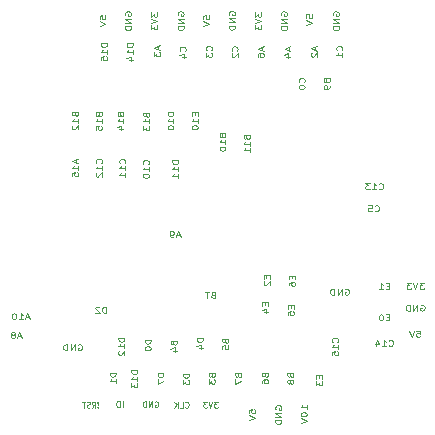
<source format=gbr>
%TF.GenerationSoftware,KiCad,Pcbnew,7.0.1*%
%TF.CreationDate,2023-04-22T23:07:11+02:00*%
%TF.ProjectId,ultimateFC,756c7469-6d61-4746-9546-432e6b696361,rev?*%
%TF.SameCoordinates,PX5f5e100PY5f5e100*%
%TF.FileFunction,Other,User*%
%FSLAX46Y46*%
G04 Gerber Fmt 4.6, Leading zero omitted, Abs format (unit mm)*
G04 Created by KiCad (PCBNEW 7.0.1) date 2023-04-22 23:07:11*
%MOMM*%
%LPD*%
G01*
G04 APERTURE LIST*
%ADD10C,0.100000*%
G04 APERTURE END LIST*
D10*
X4899404Y-6341428D02*
X4923214Y-6427142D01*
X4923214Y-6427142D02*
X4947023Y-6455713D01*
X4947023Y-6455713D02*
X4994642Y-6484285D01*
X4994642Y-6484285D02*
X5066071Y-6484285D01*
X5066071Y-6484285D02*
X5113690Y-6455713D01*
X5113690Y-6455713D02*
X5137500Y-6427142D01*
X5137500Y-6427142D02*
X5161309Y-6369999D01*
X5161309Y-6369999D02*
X5161309Y-6141428D01*
X5161309Y-6141428D02*
X4661309Y-6141428D01*
X4661309Y-6141428D02*
X4661309Y-6341428D01*
X4661309Y-6341428D02*
X4685119Y-6398571D01*
X4685119Y-6398571D02*
X4708928Y-6427142D01*
X4708928Y-6427142D02*
X4756547Y-6455713D01*
X4756547Y-6455713D02*
X4804166Y-6455713D01*
X4804166Y-6455713D02*
X4851785Y-6427142D01*
X4851785Y-6427142D02*
X4875595Y-6398571D01*
X4875595Y-6398571D02*
X4899404Y-6341428D01*
X4899404Y-6341428D02*
X4899404Y-6141428D01*
X5161309Y-7055713D02*
X5161309Y-6712856D01*
X5161309Y-6884285D02*
X4661309Y-6884285D01*
X4661309Y-6884285D02*
X4732738Y-6827142D01*
X4732738Y-6827142D02*
X4780357Y-6769999D01*
X4780357Y-6769999D02*
X4804166Y-6712856D01*
X4661309Y-7598571D02*
X4661309Y-7312857D01*
X4661309Y-7312857D02*
X4899404Y-7284285D01*
X4899404Y-7284285D02*
X4875595Y-7312857D01*
X4875595Y-7312857D02*
X4851785Y-7370000D01*
X4851785Y-7370000D02*
X4851785Y-7512857D01*
X4851785Y-7512857D02*
X4875595Y-7570000D01*
X4875595Y-7570000D02*
X4899404Y-7598571D01*
X4899404Y-7598571D02*
X4947023Y-7627142D01*
X4947023Y-7627142D02*
X5066071Y-7627142D01*
X5066071Y-7627142D02*
X5113690Y-7598571D01*
X5113690Y-7598571D02*
X5137500Y-7570000D01*
X5137500Y-7570000D02*
X5161309Y-7512857D01*
X5161309Y-7512857D02*
X5161309Y-7370000D01*
X5161309Y-7370000D02*
X5137500Y-7312857D01*
X5137500Y-7312857D02*
X5113690Y-7284285D01*
X6739404Y-6321428D02*
X6763214Y-6407142D01*
X6763214Y-6407142D02*
X6787023Y-6435713D01*
X6787023Y-6435713D02*
X6834642Y-6464285D01*
X6834642Y-6464285D02*
X6906071Y-6464285D01*
X6906071Y-6464285D02*
X6953690Y-6435713D01*
X6953690Y-6435713D02*
X6977500Y-6407142D01*
X6977500Y-6407142D02*
X7001309Y-6349999D01*
X7001309Y-6349999D02*
X7001309Y-6121428D01*
X7001309Y-6121428D02*
X6501309Y-6121428D01*
X6501309Y-6121428D02*
X6501309Y-6321428D01*
X6501309Y-6321428D02*
X6525119Y-6378571D01*
X6525119Y-6378571D02*
X6548928Y-6407142D01*
X6548928Y-6407142D02*
X6596547Y-6435713D01*
X6596547Y-6435713D02*
X6644166Y-6435713D01*
X6644166Y-6435713D02*
X6691785Y-6407142D01*
X6691785Y-6407142D02*
X6715595Y-6378571D01*
X6715595Y-6378571D02*
X6739404Y-6321428D01*
X6739404Y-6321428D02*
X6739404Y-6121428D01*
X7001309Y-7035713D02*
X7001309Y-6692856D01*
X7001309Y-6864285D02*
X6501309Y-6864285D01*
X6501309Y-6864285D02*
X6572738Y-6807142D01*
X6572738Y-6807142D02*
X6620357Y-6749999D01*
X6620357Y-6749999D02*
X6644166Y-6692856D01*
X6667976Y-7550000D02*
X7001309Y-7550000D01*
X6477500Y-7407142D02*
X6834642Y-7264285D01*
X6834642Y-7264285D02*
X6834642Y-7635714D01*
X21129404Y-28407143D02*
X21153214Y-28492857D01*
X21153214Y-28492857D02*
X21177023Y-28521428D01*
X21177023Y-28521428D02*
X21224642Y-28550000D01*
X21224642Y-28550000D02*
X21296071Y-28550000D01*
X21296071Y-28550000D02*
X21343690Y-28521428D01*
X21343690Y-28521428D02*
X21367500Y-28492857D01*
X21367500Y-28492857D02*
X21391309Y-28435714D01*
X21391309Y-28435714D02*
X21391309Y-28207143D01*
X21391309Y-28207143D02*
X20891309Y-28207143D01*
X20891309Y-28207143D02*
X20891309Y-28407143D01*
X20891309Y-28407143D02*
X20915119Y-28464286D01*
X20915119Y-28464286D02*
X20938928Y-28492857D01*
X20938928Y-28492857D02*
X20986547Y-28521428D01*
X20986547Y-28521428D02*
X21034166Y-28521428D01*
X21034166Y-28521428D02*
X21081785Y-28492857D01*
X21081785Y-28492857D02*
X21105595Y-28464286D01*
X21105595Y-28464286D02*
X21129404Y-28407143D01*
X21129404Y-28407143D02*
X21129404Y-28207143D01*
X21105595Y-28892857D02*
X21081785Y-28835714D01*
X21081785Y-28835714D02*
X21057976Y-28807143D01*
X21057976Y-28807143D02*
X21010357Y-28778571D01*
X21010357Y-28778571D02*
X20986547Y-28778571D01*
X20986547Y-28778571D02*
X20938928Y-28807143D01*
X20938928Y-28807143D02*
X20915119Y-28835714D01*
X20915119Y-28835714D02*
X20891309Y-28892857D01*
X20891309Y-28892857D02*
X20891309Y-29007143D01*
X20891309Y-29007143D02*
X20915119Y-29064286D01*
X20915119Y-29064286D02*
X20938928Y-29092857D01*
X20938928Y-29092857D02*
X20986547Y-29121428D01*
X20986547Y-29121428D02*
X21010357Y-29121428D01*
X21010357Y-29121428D02*
X21057976Y-29092857D01*
X21057976Y-29092857D02*
X21081785Y-29064286D01*
X21081785Y-29064286D02*
X21105595Y-29007143D01*
X21105595Y-29007143D02*
X21105595Y-28892857D01*
X21105595Y-28892857D02*
X21129404Y-28835714D01*
X21129404Y-28835714D02*
X21153214Y-28807143D01*
X21153214Y-28807143D02*
X21200833Y-28778571D01*
X21200833Y-28778571D02*
X21296071Y-28778571D01*
X21296071Y-28778571D02*
X21343690Y-28807143D01*
X21343690Y-28807143D02*
X21367500Y-28835714D01*
X21367500Y-28835714D02*
X21391309Y-28892857D01*
X21391309Y-28892857D02*
X21391309Y-29007143D01*
X21391309Y-29007143D02*
X21367500Y-29064286D01*
X21367500Y-29064286D02*
X21343690Y-29092857D01*
X21343690Y-29092857D02*
X21296071Y-29121428D01*
X21296071Y-29121428D02*
X21200833Y-29121428D01*
X21200833Y-29121428D02*
X21153214Y-29092857D01*
X21153214Y-29092857D02*
X21129404Y-29064286D01*
X21129404Y-29064286D02*
X21105595Y-29007143D01*
X18171309Y2342858D02*
X18171309Y1971430D01*
X18171309Y1971430D02*
X18361785Y2171430D01*
X18361785Y2171430D02*
X18361785Y2085715D01*
X18361785Y2085715D02*
X18385595Y2028572D01*
X18385595Y2028572D02*
X18409404Y2000001D01*
X18409404Y2000001D02*
X18457023Y1971430D01*
X18457023Y1971430D02*
X18576071Y1971430D01*
X18576071Y1971430D02*
X18623690Y2000001D01*
X18623690Y2000001D02*
X18647500Y2028572D01*
X18647500Y2028572D02*
X18671309Y2085715D01*
X18671309Y2085715D02*
X18671309Y2257144D01*
X18671309Y2257144D02*
X18647500Y2314287D01*
X18647500Y2314287D02*
X18623690Y2342858D01*
X18171309Y1800001D02*
X18671309Y1600001D01*
X18671309Y1600001D02*
X18171309Y1400001D01*
X18171309Y1257143D02*
X18171309Y885715D01*
X18171309Y885715D02*
X18361785Y1085715D01*
X18361785Y1085715D02*
X18361785Y1000000D01*
X18361785Y1000000D02*
X18385595Y942857D01*
X18385595Y942857D02*
X18409404Y914286D01*
X18409404Y914286D02*
X18457023Y885715D01*
X18457023Y885715D02*
X18576071Y885715D01*
X18576071Y885715D02*
X18623690Y914286D01*
X18623690Y914286D02*
X18647500Y942857D01*
X18647500Y942857D02*
X18671309Y1000000D01*
X18671309Y1000000D02*
X18671309Y1171429D01*
X18671309Y1171429D02*
X18647500Y1228572D01*
X18647500Y1228572D02*
X18623690Y1257143D01*
X5601309Y-251428D02*
X5101309Y-251428D01*
X5101309Y-251428D02*
X5101309Y-394285D01*
X5101309Y-394285D02*
X5125119Y-479999D01*
X5125119Y-479999D02*
X5172738Y-537142D01*
X5172738Y-537142D02*
X5220357Y-565713D01*
X5220357Y-565713D02*
X5315595Y-594285D01*
X5315595Y-594285D02*
X5387023Y-594285D01*
X5387023Y-594285D02*
X5482261Y-565713D01*
X5482261Y-565713D02*
X5529880Y-537142D01*
X5529880Y-537142D02*
X5577500Y-479999D01*
X5577500Y-479999D02*
X5601309Y-394285D01*
X5601309Y-394285D02*
X5601309Y-251428D01*
X5601309Y-1165713D02*
X5601309Y-822856D01*
X5601309Y-994285D02*
X5101309Y-994285D01*
X5101309Y-994285D02*
X5172738Y-937142D01*
X5172738Y-937142D02*
X5220357Y-879999D01*
X5220357Y-879999D02*
X5244166Y-822856D01*
X5101309Y-1708571D02*
X5101309Y-1422857D01*
X5101309Y-1422857D02*
X5339404Y-1394285D01*
X5339404Y-1394285D02*
X5315595Y-1422857D01*
X5315595Y-1422857D02*
X5291785Y-1480000D01*
X5291785Y-1480000D02*
X5291785Y-1622857D01*
X5291785Y-1622857D02*
X5315595Y-1680000D01*
X5315595Y-1680000D02*
X5339404Y-1708571D01*
X5339404Y-1708571D02*
X5387023Y-1737142D01*
X5387023Y-1737142D02*
X5506071Y-1737142D01*
X5506071Y-1737142D02*
X5553690Y-1708571D01*
X5553690Y-1708571D02*
X5577500Y-1680000D01*
X5577500Y-1680000D02*
X5601309Y-1622857D01*
X5601309Y-1622857D02*
X5601309Y-1480000D01*
X5601309Y-1480000D02*
X5577500Y-1422857D01*
X5577500Y-1422857D02*
X5553690Y-1394285D01*
X28279999Y-14473690D02*
X28308571Y-14497500D01*
X28308571Y-14497500D02*
X28394285Y-14521309D01*
X28394285Y-14521309D02*
X28451428Y-14521309D01*
X28451428Y-14521309D02*
X28537142Y-14497500D01*
X28537142Y-14497500D02*
X28594285Y-14449880D01*
X28594285Y-14449880D02*
X28622856Y-14402261D01*
X28622856Y-14402261D02*
X28651428Y-14307023D01*
X28651428Y-14307023D02*
X28651428Y-14235595D01*
X28651428Y-14235595D02*
X28622856Y-14140357D01*
X28622856Y-14140357D02*
X28594285Y-14092738D01*
X28594285Y-14092738D02*
X28537142Y-14045119D01*
X28537142Y-14045119D02*
X28451428Y-14021309D01*
X28451428Y-14021309D02*
X28394285Y-14021309D01*
X28394285Y-14021309D02*
X28308571Y-14045119D01*
X28308571Y-14045119D02*
X28279999Y-14068928D01*
X27737142Y-14021309D02*
X28022856Y-14021309D01*
X28022856Y-14021309D02*
X28051428Y-14259404D01*
X28051428Y-14259404D02*
X28022856Y-14235595D01*
X28022856Y-14235595D02*
X27965714Y-14211785D01*
X27965714Y-14211785D02*
X27822856Y-14211785D01*
X27822856Y-14211785D02*
X27765714Y-14235595D01*
X27765714Y-14235595D02*
X27737142Y-14259404D01*
X27737142Y-14259404D02*
X27708571Y-14307023D01*
X27708571Y-14307023D02*
X27708571Y-14426071D01*
X27708571Y-14426071D02*
X27737142Y-14473690D01*
X27737142Y-14473690D02*
X27765714Y-14497500D01*
X27765714Y-14497500D02*
X27822856Y-14521309D01*
X27822856Y-14521309D02*
X27965714Y-14521309D01*
X27965714Y-14521309D02*
X28022856Y-14497500D01*
X28022856Y-14497500D02*
X28051428Y-14473690D01*
X11241309Y-6101428D02*
X10741309Y-6101428D01*
X10741309Y-6101428D02*
X10741309Y-6244285D01*
X10741309Y-6244285D02*
X10765119Y-6329999D01*
X10765119Y-6329999D02*
X10812738Y-6387142D01*
X10812738Y-6387142D02*
X10860357Y-6415713D01*
X10860357Y-6415713D02*
X10955595Y-6444285D01*
X10955595Y-6444285D02*
X11027023Y-6444285D01*
X11027023Y-6444285D02*
X11122261Y-6415713D01*
X11122261Y-6415713D02*
X11169880Y-6387142D01*
X11169880Y-6387142D02*
X11217500Y-6329999D01*
X11217500Y-6329999D02*
X11241309Y-6244285D01*
X11241309Y-6244285D02*
X11241309Y-6101428D01*
X11241309Y-7015713D02*
X11241309Y-6672856D01*
X11241309Y-6844285D02*
X10741309Y-6844285D01*
X10741309Y-6844285D02*
X10812738Y-6787142D01*
X10812738Y-6787142D02*
X10860357Y-6729999D01*
X10860357Y-6729999D02*
X10884166Y-6672856D01*
X10741309Y-7387142D02*
X10741309Y-7444285D01*
X10741309Y-7444285D02*
X10765119Y-7501428D01*
X10765119Y-7501428D02*
X10788928Y-7530000D01*
X10788928Y-7530000D02*
X10836547Y-7558571D01*
X10836547Y-7558571D02*
X10931785Y-7587142D01*
X10931785Y-7587142D02*
X11050833Y-7587142D01*
X11050833Y-7587142D02*
X11146071Y-7558571D01*
X11146071Y-7558571D02*
X11193690Y-7530000D01*
X11193690Y-7530000D02*
X11217500Y-7501428D01*
X11217500Y-7501428D02*
X11241309Y-7444285D01*
X11241309Y-7444285D02*
X11241309Y-7387142D01*
X11241309Y-7387142D02*
X11217500Y-7330000D01*
X11217500Y-7330000D02*
X11193690Y-7301428D01*
X11193690Y-7301428D02*
X11146071Y-7272857D01*
X11146071Y-7272857D02*
X11050833Y-7244285D01*
X11050833Y-7244285D02*
X10931785Y-7244285D01*
X10931785Y-7244285D02*
X10836547Y-7272857D01*
X10836547Y-7272857D02*
X10788928Y-7301428D01*
X10788928Y-7301428D02*
X10765119Y-7330000D01*
X10765119Y-7330000D02*
X10741309Y-7387142D01*
X6341309Y-28167143D02*
X5841309Y-28167143D01*
X5841309Y-28167143D02*
X5841309Y-28310000D01*
X5841309Y-28310000D02*
X5865119Y-28395714D01*
X5865119Y-28395714D02*
X5912738Y-28452857D01*
X5912738Y-28452857D02*
X5960357Y-28481428D01*
X5960357Y-28481428D02*
X6055595Y-28510000D01*
X6055595Y-28510000D02*
X6127023Y-28510000D01*
X6127023Y-28510000D02*
X6222261Y-28481428D01*
X6222261Y-28481428D02*
X6269880Y-28452857D01*
X6269880Y-28452857D02*
X6317500Y-28395714D01*
X6317500Y-28395714D02*
X6341309Y-28310000D01*
X6341309Y-28310000D02*
X6341309Y-28167143D01*
X6341309Y-29081428D02*
X6341309Y-28738571D01*
X6341309Y-28910000D02*
X5841309Y-28910000D01*
X5841309Y-28910000D02*
X5912738Y-28852857D01*
X5912738Y-28852857D02*
X5960357Y-28795714D01*
X5960357Y-28795714D02*
X5984166Y-28738571D01*
X31814285Y-24631309D02*
X32099999Y-24631309D01*
X32099999Y-24631309D02*
X32128571Y-24869404D01*
X32128571Y-24869404D02*
X32099999Y-24845595D01*
X32099999Y-24845595D02*
X32042857Y-24821785D01*
X32042857Y-24821785D02*
X31899999Y-24821785D01*
X31899999Y-24821785D02*
X31842857Y-24845595D01*
X31842857Y-24845595D02*
X31814285Y-24869404D01*
X31814285Y-24869404D02*
X31785714Y-24917023D01*
X31785714Y-24917023D02*
X31785714Y-25036071D01*
X31785714Y-25036071D02*
X31814285Y-25083690D01*
X31814285Y-25083690D02*
X31842857Y-25107500D01*
X31842857Y-25107500D02*
X31899999Y-25131309D01*
X31899999Y-25131309D02*
X32042857Y-25131309D01*
X32042857Y-25131309D02*
X32099999Y-25107500D01*
X32099999Y-25107500D02*
X32128571Y-25083690D01*
X31614285Y-24631309D02*
X31414285Y-25131309D01*
X31414285Y-25131309D02*
X31214285Y-24631309D01*
X2899404Y-6291428D02*
X2923214Y-6377142D01*
X2923214Y-6377142D02*
X2947023Y-6405713D01*
X2947023Y-6405713D02*
X2994642Y-6434285D01*
X2994642Y-6434285D02*
X3066071Y-6434285D01*
X3066071Y-6434285D02*
X3113690Y-6405713D01*
X3113690Y-6405713D02*
X3137500Y-6377142D01*
X3137500Y-6377142D02*
X3161309Y-6319999D01*
X3161309Y-6319999D02*
X3161309Y-6091428D01*
X3161309Y-6091428D02*
X2661309Y-6091428D01*
X2661309Y-6091428D02*
X2661309Y-6291428D01*
X2661309Y-6291428D02*
X2685119Y-6348571D01*
X2685119Y-6348571D02*
X2708928Y-6377142D01*
X2708928Y-6377142D02*
X2756547Y-6405713D01*
X2756547Y-6405713D02*
X2804166Y-6405713D01*
X2804166Y-6405713D02*
X2851785Y-6377142D01*
X2851785Y-6377142D02*
X2875595Y-6348571D01*
X2875595Y-6348571D02*
X2899404Y-6291428D01*
X2899404Y-6291428D02*
X2899404Y-6091428D01*
X3161309Y-7005713D02*
X3161309Y-6662856D01*
X3161309Y-6834285D02*
X2661309Y-6834285D01*
X2661309Y-6834285D02*
X2732738Y-6777142D01*
X2732738Y-6777142D02*
X2780357Y-6719999D01*
X2780357Y-6719999D02*
X2804166Y-6662856D01*
X2708928Y-7234285D02*
X2685119Y-7262857D01*
X2685119Y-7262857D02*
X2661309Y-7320000D01*
X2661309Y-7320000D02*
X2661309Y-7462857D01*
X2661309Y-7462857D02*
X2685119Y-7520000D01*
X2685119Y-7520000D02*
X2708928Y-7548571D01*
X2708928Y-7548571D02*
X2756547Y-7577142D01*
X2756547Y-7577142D02*
X2804166Y-7577142D01*
X2804166Y-7577142D02*
X2875595Y-7548571D01*
X2875595Y-7548571D02*
X3161309Y-7205714D01*
X3161309Y-7205714D02*
X3161309Y-7577142D01*
X14585713Y-21569404D02*
X14499999Y-21593214D01*
X14499999Y-21593214D02*
X14471428Y-21617023D01*
X14471428Y-21617023D02*
X14442856Y-21664642D01*
X14442856Y-21664642D02*
X14442856Y-21736071D01*
X14442856Y-21736071D02*
X14471428Y-21783690D01*
X14471428Y-21783690D02*
X14499999Y-21807500D01*
X14499999Y-21807500D02*
X14557142Y-21831309D01*
X14557142Y-21831309D02*
X14785713Y-21831309D01*
X14785713Y-21831309D02*
X14785713Y-21331309D01*
X14785713Y-21331309D02*
X14585713Y-21331309D01*
X14585713Y-21331309D02*
X14528571Y-21355119D01*
X14528571Y-21355119D02*
X14499999Y-21378928D01*
X14499999Y-21378928D02*
X14471428Y-21426547D01*
X14471428Y-21426547D02*
X14471428Y-21474166D01*
X14471428Y-21474166D02*
X14499999Y-21521785D01*
X14499999Y-21521785D02*
X14528571Y-21545595D01*
X14528571Y-21545595D02*
X14585713Y-21569404D01*
X14585713Y-21569404D02*
X14785713Y-21569404D01*
X14271428Y-21331309D02*
X13928571Y-21331309D01*
X14099999Y-21831309D02*
X14099999Y-21331309D01*
X29455714Y-25863690D02*
X29484286Y-25887500D01*
X29484286Y-25887500D02*
X29570000Y-25911309D01*
X29570000Y-25911309D02*
X29627143Y-25911309D01*
X29627143Y-25911309D02*
X29712857Y-25887500D01*
X29712857Y-25887500D02*
X29770000Y-25839880D01*
X29770000Y-25839880D02*
X29798571Y-25792261D01*
X29798571Y-25792261D02*
X29827143Y-25697023D01*
X29827143Y-25697023D02*
X29827143Y-25625595D01*
X29827143Y-25625595D02*
X29798571Y-25530357D01*
X29798571Y-25530357D02*
X29770000Y-25482738D01*
X29770000Y-25482738D02*
X29712857Y-25435119D01*
X29712857Y-25435119D02*
X29627143Y-25411309D01*
X29627143Y-25411309D02*
X29570000Y-25411309D01*
X29570000Y-25411309D02*
X29484286Y-25435119D01*
X29484286Y-25435119D02*
X29455714Y-25458928D01*
X28884286Y-25911309D02*
X29227143Y-25911309D01*
X29055714Y-25911309D02*
X29055714Y-25411309D01*
X29055714Y-25411309D02*
X29112857Y-25482738D01*
X29112857Y-25482738D02*
X29170000Y-25530357D01*
X29170000Y-25530357D02*
X29227143Y-25554166D01*
X28370000Y-25577976D02*
X28370000Y-25911309D01*
X28512857Y-25387500D02*
X28655714Y-25744642D01*
X28655714Y-25744642D02*
X28284285Y-25744642D01*
X8181309Y-27941428D02*
X7681309Y-27941428D01*
X7681309Y-27941428D02*
X7681309Y-28084285D01*
X7681309Y-28084285D02*
X7705119Y-28169999D01*
X7705119Y-28169999D02*
X7752738Y-28227142D01*
X7752738Y-28227142D02*
X7800357Y-28255713D01*
X7800357Y-28255713D02*
X7895595Y-28284285D01*
X7895595Y-28284285D02*
X7967023Y-28284285D01*
X7967023Y-28284285D02*
X8062261Y-28255713D01*
X8062261Y-28255713D02*
X8109880Y-28227142D01*
X8109880Y-28227142D02*
X8157500Y-28169999D01*
X8157500Y-28169999D02*
X8181309Y-28084285D01*
X8181309Y-28084285D02*
X8181309Y-27941428D01*
X8181309Y-28855713D02*
X8181309Y-28512856D01*
X8181309Y-28684285D02*
X7681309Y-28684285D01*
X7681309Y-28684285D02*
X7752738Y-28627142D01*
X7752738Y-28627142D02*
X7800357Y-28569999D01*
X7800357Y-28569999D02*
X7824166Y-28512856D01*
X7681309Y-29055714D02*
X7681309Y-29427142D01*
X7681309Y-29427142D02*
X7871785Y-29227142D01*
X7871785Y-29227142D02*
X7871785Y-29312857D01*
X7871785Y-29312857D02*
X7895595Y-29370000D01*
X7895595Y-29370000D02*
X7919404Y-29398571D01*
X7919404Y-29398571D02*
X7967023Y-29427142D01*
X7967023Y-29427142D02*
X8086071Y-29427142D01*
X8086071Y-29427142D02*
X8133690Y-29398571D01*
X8133690Y-29398571D02*
X8157500Y-29370000D01*
X8157500Y-29370000D02*
X8181309Y-29312857D01*
X8181309Y-29312857D02*
X8181309Y-29141428D01*
X8181309Y-29141428D02*
X8157500Y-29084285D01*
X8157500Y-29084285D02*
X8133690Y-29055714D01*
X7103690Y-10454285D02*
X7127500Y-10425713D01*
X7127500Y-10425713D02*
X7151309Y-10339999D01*
X7151309Y-10339999D02*
X7151309Y-10282856D01*
X7151309Y-10282856D02*
X7127500Y-10197142D01*
X7127500Y-10197142D02*
X7079880Y-10139999D01*
X7079880Y-10139999D02*
X7032261Y-10111428D01*
X7032261Y-10111428D02*
X6937023Y-10082856D01*
X6937023Y-10082856D02*
X6865595Y-10082856D01*
X6865595Y-10082856D02*
X6770357Y-10111428D01*
X6770357Y-10111428D02*
X6722738Y-10139999D01*
X6722738Y-10139999D02*
X6675119Y-10197142D01*
X6675119Y-10197142D02*
X6651309Y-10282856D01*
X6651309Y-10282856D02*
X6651309Y-10339999D01*
X6651309Y-10339999D02*
X6675119Y-10425713D01*
X6675119Y-10425713D02*
X6698928Y-10454285D01*
X7151309Y-11025713D02*
X7151309Y-10682856D01*
X7151309Y-10854285D02*
X6651309Y-10854285D01*
X6651309Y-10854285D02*
X6722738Y-10797142D01*
X6722738Y-10797142D02*
X6770357Y-10739999D01*
X6770357Y-10739999D02*
X6794166Y-10682856D01*
X7151309Y-11597142D02*
X7151309Y-11254285D01*
X7151309Y-11425714D02*
X6651309Y-11425714D01*
X6651309Y-11425714D02*
X6722738Y-11368571D01*
X6722738Y-11368571D02*
X6770357Y-11311428D01*
X6770357Y-11311428D02*
X6794166Y-11254285D01*
X20998452Y-611428D02*
X20998452Y-897143D01*
X21141309Y-554285D02*
X20641309Y-754285D01*
X20641309Y-754285D02*
X21141309Y-954285D01*
X20807976Y-1411429D02*
X21141309Y-1411429D01*
X20617500Y-1268571D02*
X20974642Y-1125714D01*
X20974642Y-1125714D02*
X20974642Y-1497143D01*
X7771309Y-291428D02*
X7271309Y-291428D01*
X7271309Y-291428D02*
X7271309Y-434285D01*
X7271309Y-434285D02*
X7295119Y-519999D01*
X7295119Y-519999D02*
X7342738Y-577142D01*
X7342738Y-577142D02*
X7390357Y-605713D01*
X7390357Y-605713D02*
X7485595Y-634285D01*
X7485595Y-634285D02*
X7557023Y-634285D01*
X7557023Y-634285D02*
X7652261Y-605713D01*
X7652261Y-605713D02*
X7699880Y-577142D01*
X7699880Y-577142D02*
X7747500Y-519999D01*
X7747500Y-519999D02*
X7771309Y-434285D01*
X7771309Y-434285D02*
X7771309Y-291428D01*
X7771309Y-1205713D02*
X7771309Y-862856D01*
X7771309Y-1034285D02*
X7271309Y-1034285D01*
X7271309Y-1034285D02*
X7342738Y-977142D01*
X7342738Y-977142D02*
X7390357Y-919999D01*
X7390357Y-919999D02*
X7414166Y-862856D01*
X7437976Y-1720000D02*
X7771309Y-1720000D01*
X7247500Y-1577142D02*
X7604642Y-1434285D01*
X7604642Y-1434285D02*
X7604642Y-1805714D01*
X19109404Y-19935714D02*
X19109404Y-20135714D01*
X19371309Y-20221428D02*
X19371309Y-19935714D01*
X19371309Y-19935714D02*
X18871309Y-19935714D01*
X18871309Y-19935714D02*
X18871309Y-20221428D01*
X18918928Y-20449999D02*
X18895119Y-20478571D01*
X18895119Y-20478571D02*
X18871309Y-20535714D01*
X18871309Y-20535714D02*
X18871309Y-20678571D01*
X18871309Y-20678571D02*
X18895119Y-20735714D01*
X18895119Y-20735714D02*
X18918928Y-20764285D01*
X18918928Y-20764285D02*
X18966547Y-20792856D01*
X18966547Y-20792856D02*
X19014166Y-20792856D01*
X19014166Y-20792856D02*
X19085595Y-20764285D01*
X19085595Y-20764285D02*
X19371309Y-20421428D01*
X19371309Y-20421428D02*
X19371309Y-20792856D01*
X21159404Y-22475714D02*
X21159404Y-22675714D01*
X21421309Y-22761428D02*
X21421309Y-22475714D01*
X21421309Y-22475714D02*
X20921309Y-22475714D01*
X20921309Y-22475714D02*
X20921309Y-22761428D01*
X20921309Y-23304285D02*
X20921309Y-23018571D01*
X20921309Y-23018571D02*
X21159404Y-22989999D01*
X21159404Y-22989999D02*
X21135595Y-23018571D01*
X21135595Y-23018571D02*
X21111785Y-23075714D01*
X21111785Y-23075714D02*
X21111785Y-23218571D01*
X21111785Y-23218571D02*
X21135595Y-23275714D01*
X21135595Y-23275714D02*
X21159404Y-23304285D01*
X21159404Y-23304285D02*
X21207023Y-23332856D01*
X21207023Y-23332856D02*
X21326071Y-23332856D01*
X21326071Y-23332856D02*
X21373690Y-23304285D01*
X21373690Y-23304285D02*
X21397500Y-23275714D01*
X21397500Y-23275714D02*
X21421309Y-23218571D01*
X21421309Y-23218571D02*
X21421309Y-23075714D01*
X21421309Y-23075714D02*
X21397500Y-23018571D01*
X21397500Y-23018571D02*
X21373690Y-22989999D01*
X15619404Y-25497143D02*
X15643214Y-25582857D01*
X15643214Y-25582857D02*
X15667023Y-25611428D01*
X15667023Y-25611428D02*
X15714642Y-25640000D01*
X15714642Y-25640000D02*
X15786071Y-25640000D01*
X15786071Y-25640000D02*
X15833690Y-25611428D01*
X15833690Y-25611428D02*
X15857500Y-25582857D01*
X15857500Y-25582857D02*
X15881309Y-25525714D01*
X15881309Y-25525714D02*
X15881309Y-25297143D01*
X15881309Y-25297143D02*
X15381309Y-25297143D01*
X15381309Y-25297143D02*
X15381309Y-25497143D01*
X15381309Y-25497143D02*
X15405119Y-25554286D01*
X15405119Y-25554286D02*
X15428928Y-25582857D01*
X15428928Y-25582857D02*
X15476547Y-25611428D01*
X15476547Y-25611428D02*
X15524166Y-25611428D01*
X15524166Y-25611428D02*
X15571785Y-25582857D01*
X15571785Y-25582857D02*
X15595595Y-25554286D01*
X15595595Y-25554286D02*
X15619404Y-25497143D01*
X15619404Y-25497143D02*
X15619404Y-25297143D01*
X15381309Y-26182857D02*
X15381309Y-25897143D01*
X15381309Y-25897143D02*
X15619404Y-25868571D01*
X15619404Y-25868571D02*
X15595595Y-25897143D01*
X15595595Y-25897143D02*
X15571785Y-25954286D01*
X15571785Y-25954286D02*
X15571785Y-26097143D01*
X15571785Y-26097143D02*
X15595595Y-26154286D01*
X15595595Y-26154286D02*
X15619404Y-26182857D01*
X15619404Y-26182857D02*
X15667023Y-26211428D01*
X15667023Y-26211428D02*
X15786071Y-26211428D01*
X15786071Y-26211428D02*
X15833690Y-26182857D01*
X15833690Y-26182857D02*
X15857500Y-26154286D01*
X15857500Y-26154286D02*
X15881309Y-26097143D01*
X15881309Y-26097143D02*
X15881309Y-25954286D01*
X15881309Y-25954286D02*
X15857500Y-25897143D01*
X15857500Y-25897143D02*
X15833690Y-25868571D01*
X10391309Y-28207143D02*
X9891309Y-28207143D01*
X9891309Y-28207143D02*
X9891309Y-28350000D01*
X9891309Y-28350000D02*
X9915119Y-28435714D01*
X9915119Y-28435714D02*
X9962738Y-28492857D01*
X9962738Y-28492857D02*
X10010357Y-28521428D01*
X10010357Y-28521428D02*
X10105595Y-28550000D01*
X10105595Y-28550000D02*
X10177023Y-28550000D01*
X10177023Y-28550000D02*
X10272261Y-28521428D01*
X10272261Y-28521428D02*
X10319880Y-28492857D01*
X10319880Y-28492857D02*
X10367500Y-28435714D01*
X10367500Y-28435714D02*
X10391309Y-28350000D01*
X10391309Y-28350000D02*
X10391309Y-28207143D01*
X9891309Y-28750000D02*
X9891309Y-29150000D01*
X9891309Y-29150000D02*
X10391309Y-28892857D01*
X20365119Y2067143D02*
X20341309Y2124285D01*
X20341309Y2124285D02*
X20341309Y2210000D01*
X20341309Y2210000D02*
X20365119Y2295714D01*
X20365119Y2295714D02*
X20412738Y2352857D01*
X20412738Y2352857D02*
X20460357Y2381428D01*
X20460357Y2381428D02*
X20555595Y2410000D01*
X20555595Y2410000D02*
X20627023Y2410000D01*
X20627023Y2410000D02*
X20722261Y2381428D01*
X20722261Y2381428D02*
X20769880Y2352857D01*
X20769880Y2352857D02*
X20817500Y2295714D01*
X20817500Y2295714D02*
X20841309Y2210000D01*
X20841309Y2210000D02*
X20841309Y2152857D01*
X20841309Y2152857D02*
X20817500Y2067143D01*
X20817500Y2067143D02*
X20793690Y2038571D01*
X20793690Y2038571D02*
X20627023Y2038571D01*
X20627023Y2038571D02*
X20627023Y2152857D01*
X20841309Y1781428D02*
X20341309Y1781428D01*
X20341309Y1781428D02*
X20841309Y1438571D01*
X20841309Y1438571D02*
X20341309Y1438571D01*
X20841309Y1152857D02*
X20341309Y1152857D01*
X20341309Y1152857D02*
X20341309Y1010000D01*
X20341309Y1010000D02*
X20365119Y924286D01*
X20365119Y924286D02*
X20412738Y867143D01*
X20412738Y867143D02*
X20460357Y838572D01*
X20460357Y838572D02*
X20555595Y810000D01*
X20555595Y810000D02*
X20627023Y810000D01*
X20627023Y810000D02*
X20722261Y838572D01*
X20722261Y838572D02*
X20769880Y867143D01*
X20769880Y867143D02*
X20817500Y924286D01*
X20817500Y924286D02*
X20841309Y1010000D01*
X20841309Y1010000D02*
X20841309Y1152857D01*
X24765119Y2067143D02*
X24741309Y2124285D01*
X24741309Y2124285D02*
X24741309Y2210000D01*
X24741309Y2210000D02*
X24765119Y2295714D01*
X24765119Y2295714D02*
X24812738Y2352857D01*
X24812738Y2352857D02*
X24860357Y2381428D01*
X24860357Y2381428D02*
X24955595Y2410000D01*
X24955595Y2410000D02*
X25027023Y2410000D01*
X25027023Y2410000D02*
X25122261Y2381428D01*
X25122261Y2381428D02*
X25169880Y2352857D01*
X25169880Y2352857D02*
X25217500Y2295714D01*
X25217500Y2295714D02*
X25241309Y2210000D01*
X25241309Y2210000D02*
X25241309Y2152857D01*
X25241309Y2152857D02*
X25217500Y2067143D01*
X25217500Y2067143D02*
X25193690Y2038571D01*
X25193690Y2038571D02*
X25027023Y2038571D01*
X25027023Y2038571D02*
X25027023Y2152857D01*
X25241309Y1781428D02*
X24741309Y1781428D01*
X24741309Y1781428D02*
X25241309Y1438571D01*
X25241309Y1438571D02*
X24741309Y1438571D01*
X25241309Y1152857D02*
X24741309Y1152857D01*
X24741309Y1152857D02*
X24741309Y1010000D01*
X24741309Y1010000D02*
X24765119Y924286D01*
X24765119Y924286D02*
X24812738Y867143D01*
X24812738Y867143D02*
X24860357Y838572D01*
X24860357Y838572D02*
X24955595Y810000D01*
X24955595Y810000D02*
X25027023Y810000D01*
X25027023Y810000D02*
X25122261Y838572D01*
X25122261Y838572D02*
X25169880Y867143D01*
X25169880Y867143D02*
X25217500Y924286D01*
X25217500Y924286D02*
X25241309Y1010000D01*
X25241309Y1010000D02*
X25241309Y1152857D01*
X8939404Y-6361428D02*
X8963214Y-6447142D01*
X8963214Y-6447142D02*
X8987023Y-6475713D01*
X8987023Y-6475713D02*
X9034642Y-6504285D01*
X9034642Y-6504285D02*
X9106071Y-6504285D01*
X9106071Y-6504285D02*
X9153690Y-6475713D01*
X9153690Y-6475713D02*
X9177500Y-6447142D01*
X9177500Y-6447142D02*
X9201309Y-6389999D01*
X9201309Y-6389999D02*
X9201309Y-6161428D01*
X9201309Y-6161428D02*
X8701309Y-6161428D01*
X8701309Y-6161428D02*
X8701309Y-6361428D01*
X8701309Y-6361428D02*
X8725119Y-6418571D01*
X8725119Y-6418571D02*
X8748928Y-6447142D01*
X8748928Y-6447142D02*
X8796547Y-6475713D01*
X8796547Y-6475713D02*
X8844166Y-6475713D01*
X8844166Y-6475713D02*
X8891785Y-6447142D01*
X8891785Y-6447142D02*
X8915595Y-6418571D01*
X8915595Y-6418571D02*
X8939404Y-6361428D01*
X8939404Y-6361428D02*
X8939404Y-6161428D01*
X9201309Y-7075713D02*
X9201309Y-6732856D01*
X9201309Y-6904285D02*
X8701309Y-6904285D01*
X8701309Y-6904285D02*
X8772738Y-6847142D01*
X8772738Y-6847142D02*
X8820357Y-6789999D01*
X8820357Y-6789999D02*
X8844166Y-6732856D01*
X8701309Y-7275714D02*
X8701309Y-7647142D01*
X8701309Y-7647142D02*
X8891785Y-7447142D01*
X8891785Y-7447142D02*
X8891785Y-7532857D01*
X8891785Y-7532857D02*
X8915595Y-7590000D01*
X8915595Y-7590000D02*
X8939404Y-7618571D01*
X8939404Y-7618571D02*
X8987023Y-7647142D01*
X8987023Y-7647142D02*
X9106071Y-7647142D01*
X9106071Y-7647142D02*
X9153690Y-7618571D01*
X9153690Y-7618571D02*
X9177500Y-7590000D01*
X9177500Y-7590000D02*
X9201309Y-7532857D01*
X9201309Y-7532857D02*
X9201309Y-7361428D01*
X9201309Y-7361428D02*
X9177500Y-7304285D01*
X9177500Y-7304285D02*
X9153690Y-7275714D01*
X13711309Y-25247143D02*
X13211309Y-25247143D01*
X13211309Y-25247143D02*
X13211309Y-25390000D01*
X13211309Y-25390000D02*
X13235119Y-25475714D01*
X13235119Y-25475714D02*
X13282738Y-25532857D01*
X13282738Y-25532857D02*
X13330357Y-25561428D01*
X13330357Y-25561428D02*
X13425595Y-25590000D01*
X13425595Y-25590000D02*
X13497023Y-25590000D01*
X13497023Y-25590000D02*
X13592261Y-25561428D01*
X13592261Y-25561428D02*
X13639880Y-25532857D01*
X13639880Y-25532857D02*
X13687500Y-25475714D01*
X13687500Y-25475714D02*
X13711309Y-25390000D01*
X13711309Y-25390000D02*
X13711309Y-25247143D01*
X13377976Y-26104286D02*
X13711309Y-26104286D01*
X13187500Y-25961428D02*
X13544642Y-25818571D01*
X13544642Y-25818571D02*
X13544642Y-26190000D01*
X11641309Y-10191428D02*
X11141309Y-10191428D01*
X11141309Y-10191428D02*
X11141309Y-10334285D01*
X11141309Y-10334285D02*
X11165119Y-10419999D01*
X11165119Y-10419999D02*
X11212738Y-10477142D01*
X11212738Y-10477142D02*
X11260357Y-10505713D01*
X11260357Y-10505713D02*
X11355595Y-10534285D01*
X11355595Y-10534285D02*
X11427023Y-10534285D01*
X11427023Y-10534285D02*
X11522261Y-10505713D01*
X11522261Y-10505713D02*
X11569880Y-10477142D01*
X11569880Y-10477142D02*
X11617500Y-10419999D01*
X11617500Y-10419999D02*
X11641309Y-10334285D01*
X11641309Y-10334285D02*
X11641309Y-10191428D01*
X11641309Y-11105713D02*
X11641309Y-10762856D01*
X11641309Y-10934285D02*
X11141309Y-10934285D01*
X11141309Y-10934285D02*
X11212738Y-10877142D01*
X11212738Y-10877142D02*
X11260357Y-10819999D01*
X11260357Y-10819999D02*
X11284166Y-10762856D01*
X11641309Y-11677142D02*
X11641309Y-11334285D01*
X11641309Y-11505714D02*
X11141309Y-11505714D01*
X11141309Y-11505714D02*
X11212738Y-11448571D01*
X11212738Y-11448571D02*
X11260357Y-11391428D01*
X11260357Y-11391428D02*
X11284166Y-11334285D01*
X14994046Y-30631309D02*
X14684522Y-30631309D01*
X14684522Y-30631309D02*
X14851189Y-30821785D01*
X14851189Y-30821785D02*
X14779760Y-30821785D01*
X14779760Y-30821785D02*
X14732141Y-30845595D01*
X14732141Y-30845595D02*
X14708332Y-30869404D01*
X14708332Y-30869404D02*
X14684522Y-30917023D01*
X14684522Y-30917023D02*
X14684522Y-31036071D01*
X14684522Y-31036071D02*
X14708332Y-31083690D01*
X14708332Y-31083690D02*
X14732141Y-31107500D01*
X14732141Y-31107500D02*
X14779760Y-31131309D01*
X14779760Y-31131309D02*
X14922617Y-31131309D01*
X14922617Y-31131309D02*
X14970236Y-31107500D01*
X14970236Y-31107500D02*
X14994046Y-31083690D01*
X14541665Y-30631309D02*
X14374999Y-31131309D01*
X14374999Y-31131309D02*
X14208332Y-30631309D01*
X14089285Y-30631309D02*
X13779761Y-30631309D01*
X13779761Y-30631309D02*
X13946428Y-30821785D01*
X13946428Y-30821785D02*
X13874999Y-30821785D01*
X13874999Y-30821785D02*
X13827380Y-30845595D01*
X13827380Y-30845595D02*
X13803571Y-30869404D01*
X13803571Y-30869404D02*
X13779761Y-30917023D01*
X13779761Y-30917023D02*
X13779761Y-31036071D01*
X13779761Y-31036071D02*
X13803571Y-31083690D01*
X13803571Y-31083690D02*
X13827380Y-31107500D01*
X13827380Y-31107500D02*
X13874999Y-31131309D01*
X13874999Y-31131309D02*
X14017856Y-31131309D01*
X14017856Y-31131309D02*
X14065475Y-31107500D01*
X14065475Y-31107500D02*
X14089285Y-31083690D01*
X22501309Y1864286D02*
X22501309Y2150000D01*
X22501309Y2150000D02*
X22739404Y2178572D01*
X22739404Y2178572D02*
X22715595Y2150000D01*
X22715595Y2150000D02*
X22691785Y2092857D01*
X22691785Y2092857D02*
X22691785Y1950000D01*
X22691785Y1950000D02*
X22715595Y1892857D01*
X22715595Y1892857D02*
X22739404Y1864286D01*
X22739404Y1864286D02*
X22787023Y1835715D01*
X22787023Y1835715D02*
X22906071Y1835715D01*
X22906071Y1835715D02*
X22953690Y1864286D01*
X22953690Y1864286D02*
X22977500Y1892857D01*
X22977500Y1892857D02*
X23001309Y1950000D01*
X23001309Y1950000D02*
X23001309Y2092857D01*
X23001309Y2092857D02*
X22977500Y2150000D01*
X22977500Y2150000D02*
X22953690Y2178572D01*
X22501309Y1664286D02*
X23001309Y1464286D01*
X23001309Y1464286D02*
X22501309Y1264286D01*
X25473690Y-900000D02*
X25497500Y-871428D01*
X25497500Y-871428D02*
X25521309Y-785714D01*
X25521309Y-785714D02*
X25521309Y-728571D01*
X25521309Y-728571D02*
X25497500Y-642857D01*
X25497500Y-642857D02*
X25449880Y-585714D01*
X25449880Y-585714D02*
X25402261Y-557143D01*
X25402261Y-557143D02*
X25307023Y-528571D01*
X25307023Y-528571D02*
X25235595Y-528571D01*
X25235595Y-528571D02*
X25140357Y-557143D01*
X25140357Y-557143D02*
X25092738Y-585714D01*
X25092738Y-585714D02*
X25045119Y-642857D01*
X25045119Y-642857D02*
X25021309Y-728571D01*
X25021309Y-728571D02*
X25021309Y-785714D01*
X25021309Y-785714D02*
X25045119Y-871428D01*
X25045119Y-871428D02*
X25068928Y-900000D01*
X25521309Y-1471428D02*
X25521309Y-1128571D01*
X25521309Y-1300000D02*
X25021309Y-1300000D01*
X25021309Y-1300000D02*
X25092738Y-1242857D01*
X25092738Y-1242857D02*
X25140357Y-1185714D01*
X25140357Y-1185714D02*
X25164166Y-1128571D01*
X15379404Y-8111428D02*
X15403214Y-8197142D01*
X15403214Y-8197142D02*
X15427023Y-8225713D01*
X15427023Y-8225713D02*
X15474642Y-8254285D01*
X15474642Y-8254285D02*
X15546071Y-8254285D01*
X15546071Y-8254285D02*
X15593690Y-8225713D01*
X15593690Y-8225713D02*
X15617500Y-8197142D01*
X15617500Y-8197142D02*
X15641309Y-8139999D01*
X15641309Y-8139999D02*
X15641309Y-7911428D01*
X15641309Y-7911428D02*
X15141309Y-7911428D01*
X15141309Y-7911428D02*
X15141309Y-8111428D01*
X15141309Y-8111428D02*
X15165119Y-8168571D01*
X15165119Y-8168571D02*
X15188928Y-8197142D01*
X15188928Y-8197142D02*
X15236547Y-8225713D01*
X15236547Y-8225713D02*
X15284166Y-8225713D01*
X15284166Y-8225713D02*
X15331785Y-8197142D01*
X15331785Y-8197142D02*
X15355595Y-8168571D01*
X15355595Y-8168571D02*
X15379404Y-8111428D01*
X15379404Y-8111428D02*
X15379404Y-7911428D01*
X15641309Y-8825713D02*
X15641309Y-8482856D01*
X15641309Y-8654285D02*
X15141309Y-8654285D01*
X15141309Y-8654285D02*
X15212738Y-8597142D01*
X15212738Y-8597142D02*
X15260357Y-8539999D01*
X15260357Y-8539999D02*
X15284166Y-8482856D01*
X15141309Y-9197142D02*
X15141309Y-9254285D01*
X15141309Y-9254285D02*
X15165119Y-9311428D01*
X15165119Y-9311428D02*
X15188928Y-9340000D01*
X15188928Y-9340000D02*
X15236547Y-9368571D01*
X15236547Y-9368571D02*
X15331785Y-9397142D01*
X15331785Y-9397142D02*
X15450833Y-9397142D01*
X15450833Y-9397142D02*
X15546071Y-9368571D01*
X15546071Y-9368571D02*
X15593690Y-9340000D01*
X15593690Y-9340000D02*
X15617500Y-9311428D01*
X15617500Y-9311428D02*
X15641309Y-9254285D01*
X15641309Y-9254285D02*
X15641309Y-9197142D01*
X15641309Y-9197142D02*
X15617500Y-9140000D01*
X15617500Y-9140000D02*
X15593690Y-9111428D01*
X15593690Y-9111428D02*
X15546071Y-9082857D01*
X15546071Y-9082857D02*
X15450833Y-9054285D01*
X15450833Y-9054285D02*
X15331785Y-9054285D01*
X15331785Y-9054285D02*
X15236547Y-9082857D01*
X15236547Y-9082857D02*
X15188928Y-9111428D01*
X15188928Y-9111428D02*
X15165119Y-9140000D01*
X15165119Y-9140000D02*
X15141309Y-9197142D01*
X9938452Y-531428D02*
X9938452Y-817143D01*
X10081309Y-474285D02*
X9581309Y-674285D01*
X9581309Y-674285D02*
X10081309Y-874285D01*
X9581309Y-1017143D02*
X9581309Y-1388571D01*
X9581309Y-1388571D02*
X9771785Y-1188571D01*
X9771785Y-1188571D02*
X9771785Y-1274286D01*
X9771785Y-1274286D02*
X9795595Y-1331429D01*
X9795595Y-1331429D02*
X9819404Y-1360000D01*
X9819404Y-1360000D02*
X9867023Y-1388571D01*
X9867023Y-1388571D02*
X9986071Y-1388571D01*
X9986071Y-1388571D02*
X10033690Y-1360000D01*
X10033690Y-1360000D02*
X10057500Y-1331429D01*
X10057500Y-1331429D02*
X10081309Y-1274286D01*
X10081309Y-1274286D02*
X10081309Y-1102857D01*
X10081309Y-1102857D02*
X10057500Y-1045714D01*
X10057500Y-1045714D02*
X10033690Y-1017143D01*
X24189404Y-3467143D02*
X24213214Y-3552857D01*
X24213214Y-3552857D02*
X24237023Y-3581428D01*
X24237023Y-3581428D02*
X24284642Y-3610000D01*
X24284642Y-3610000D02*
X24356071Y-3610000D01*
X24356071Y-3610000D02*
X24403690Y-3581428D01*
X24403690Y-3581428D02*
X24427500Y-3552857D01*
X24427500Y-3552857D02*
X24451309Y-3495714D01*
X24451309Y-3495714D02*
X24451309Y-3267143D01*
X24451309Y-3267143D02*
X23951309Y-3267143D01*
X23951309Y-3267143D02*
X23951309Y-3467143D01*
X23951309Y-3467143D02*
X23975119Y-3524286D01*
X23975119Y-3524286D02*
X23998928Y-3552857D01*
X23998928Y-3552857D02*
X24046547Y-3581428D01*
X24046547Y-3581428D02*
X24094166Y-3581428D01*
X24094166Y-3581428D02*
X24141785Y-3552857D01*
X24141785Y-3552857D02*
X24165595Y-3524286D01*
X24165595Y-3524286D02*
X24189404Y-3467143D01*
X24189404Y-3467143D02*
X24189404Y-3267143D01*
X24451309Y-3895714D02*
X24451309Y-4010000D01*
X24451309Y-4010000D02*
X24427500Y-4067143D01*
X24427500Y-4067143D02*
X24403690Y-4095714D01*
X24403690Y-4095714D02*
X24332261Y-4152857D01*
X24332261Y-4152857D02*
X24237023Y-4181428D01*
X24237023Y-4181428D02*
X24046547Y-4181428D01*
X24046547Y-4181428D02*
X23998928Y-4152857D01*
X23998928Y-4152857D02*
X23975119Y-4124286D01*
X23975119Y-4124286D02*
X23951309Y-4067143D01*
X23951309Y-4067143D02*
X23951309Y-3952857D01*
X23951309Y-3952857D02*
X23975119Y-3895714D01*
X23975119Y-3895714D02*
X23998928Y-3867143D01*
X23998928Y-3867143D02*
X24046547Y-3838571D01*
X24046547Y-3838571D02*
X24165595Y-3838571D01*
X24165595Y-3838571D02*
X24213214Y-3867143D01*
X24213214Y-3867143D02*
X24237023Y-3895714D01*
X24237023Y-3895714D02*
X24260833Y-3952857D01*
X24260833Y-3952857D02*
X24260833Y-4067143D01*
X24260833Y-4067143D02*
X24237023Y-4124286D01*
X24237023Y-4124286D02*
X24213214Y-4152857D01*
X24213214Y-4152857D02*
X24165595Y-4181428D01*
X11615119Y2077143D02*
X11591309Y2134285D01*
X11591309Y2134285D02*
X11591309Y2220000D01*
X11591309Y2220000D02*
X11615119Y2305714D01*
X11615119Y2305714D02*
X11662738Y2362857D01*
X11662738Y2362857D02*
X11710357Y2391428D01*
X11710357Y2391428D02*
X11805595Y2420000D01*
X11805595Y2420000D02*
X11877023Y2420000D01*
X11877023Y2420000D02*
X11972261Y2391428D01*
X11972261Y2391428D02*
X12019880Y2362857D01*
X12019880Y2362857D02*
X12067500Y2305714D01*
X12067500Y2305714D02*
X12091309Y2220000D01*
X12091309Y2220000D02*
X12091309Y2162857D01*
X12091309Y2162857D02*
X12067500Y2077143D01*
X12067500Y2077143D02*
X12043690Y2048571D01*
X12043690Y2048571D02*
X11877023Y2048571D01*
X11877023Y2048571D02*
X11877023Y2162857D01*
X12091309Y1791428D02*
X11591309Y1791428D01*
X11591309Y1791428D02*
X12091309Y1448571D01*
X12091309Y1448571D02*
X11591309Y1448571D01*
X12091309Y1162857D02*
X11591309Y1162857D01*
X11591309Y1162857D02*
X11591309Y1020000D01*
X11591309Y1020000D02*
X11615119Y934286D01*
X11615119Y934286D02*
X11662738Y877143D01*
X11662738Y877143D02*
X11710357Y848572D01*
X11710357Y848572D02*
X11805595Y820000D01*
X11805595Y820000D02*
X11877023Y820000D01*
X11877023Y820000D02*
X11972261Y848572D01*
X11972261Y848572D02*
X12019880Y877143D01*
X12019880Y877143D02*
X12067500Y934286D01*
X12067500Y934286D02*
X12091309Y1020000D01*
X12091309Y1020000D02*
X12091309Y1162857D01*
X5123690Y-10444285D02*
X5147500Y-10415713D01*
X5147500Y-10415713D02*
X5171309Y-10329999D01*
X5171309Y-10329999D02*
X5171309Y-10272856D01*
X5171309Y-10272856D02*
X5147500Y-10187142D01*
X5147500Y-10187142D02*
X5099880Y-10129999D01*
X5099880Y-10129999D02*
X5052261Y-10101428D01*
X5052261Y-10101428D02*
X4957023Y-10072856D01*
X4957023Y-10072856D02*
X4885595Y-10072856D01*
X4885595Y-10072856D02*
X4790357Y-10101428D01*
X4790357Y-10101428D02*
X4742738Y-10129999D01*
X4742738Y-10129999D02*
X4695119Y-10187142D01*
X4695119Y-10187142D02*
X4671309Y-10272856D01*
X4671309Y-10272856D02*
X4671309Y-10329999D01*
X4671309Y-10329999D02*
X4695119Y-10415713D01*
X4695119Y-10415713D02*
X4718928Y-10444285D01*
X5171309Y-11015713D02*
X5171309Y-10672856D01*
X5171309Y-10844285D02*
X4671309Y-10844285D01*
X4671309Y-10844285D02*
X4742738Y-10787142D01*
X4742738Y-10787142D02*
X4790357Y-10729999D01*
X4790357Y-10729999D02*
X4814166Y-10672856D01*
X4718928Y-11244285D02*
X4695119Y-11272857D01*
X4695119Y-11272857D02*
X4671309Y-11330000D01*
X4671309Y-11330000D02*
X4671309Y-11472857D01*
X4671309Y-11472857D02*
X4695119Y-11530000D01*
X4695119Y-11530000D02*
X4718928Y-11558571D01*
X4718928Y-11558571D02*
X4766547Y-11587142D01*
X4766547Y-11587142D02*
X4814166Y-11587142D01*
X4814166Y-11587142D02*
X4885595Y-11558571D01*
X4885595Y-11558571D02*
X5171309Y-11215714D01*
X5171309Y-11215714D02*
X5171309Y-11587142D01*
X9361309Y2332858D02*
X9361309Y1961430D01*
X9361309Y1961430D02*
X9551785Y2161430D01*
X9551785Y2161430D02*
X9551785Y2075715D01*
X9551785Y2075715D02*
X9575595Y2018572D01*
X9575595Y2018572D02*
X9599404Y1990001D01*
X9599404Y1990001D02*
X9647023Y1961430D01*
X9647023Y1961430D02*
X9766071Y1961430D01*
X9766071Y1961430D02*
X9813690Y1990001D01*
X9813690Y1990001D02*
X9837500Y2018572D01*
X9837500Y2018572D02*
X9861309Y2075715D01*
X9861309Y2075715D02*
X9861309Y2247144D01*
X9861309Y2247144D02*
X9837500Y2304287D01*
X9837500Y2304287D02*
X9813690Y2332858D01*
X9361309Y1790001D02*
X9861309Y1590001D01*
X9861309Y1590001D02*
X9361309Y1390001D01*
X9361309Y1247143D02*
X9361309Y875715D01*
X9361309Y875715D02*
X9551785Y1075715D01*
X9551785Y1075715D02*
X9551785Y990000D01*
X9551785Y990000D02*
X9575595Y932857D01*
X9575595Y932857D02*
X9599404Y904286D01*
X9599404Y904286D02*
X9647023Y875715D01*
X9647023Y875715D02*
X9766071Y875715D01*
X9766071Y875715D02*
X9813690Y904286D01*
X9813690Y904286D02*
X9837500Y932857D01*
X9837500Y932857D02*
X9861309Y990000D01*
X9861309Y990000D02*
X9861309Y1161429D01*
X9861309Y1161429D02*
X9837500Y1218572D01*
X9837500Y1218572D02*
X9813690Y1247143D01*
X32157142Y-22455119D02*
X32214285Y-22431309D01*
X32214285Y-22431309D02*
X32299999Y-22431309D01*
X32299999Y-22431309D02*
X32385713Y-22455119D01*
X32385713Y-22455119D02*
X32442856Y-22502738D01*
X32442856Y-22502738D02*
X32471427Y-22550357D01*
X32471427Y-22550357D02*
X32499999Y-22645595D01*
X32499999Y-22645595D02*
X32499999Y-22717023D01*
X32499999Y-22717023D02*
X32471427Y-22812261D01*
X32471427Y-22812261D02*
X32442856Y-22859880D01*
X32442856Y-22859880D02*
X32385713Y-22907500D01*
X32385713Y-22907500D02*
X32299999Y-22931309D01*
X32299999Y-22931309D02*
X32242856Y-22931309D01*
X32242856Y-22931309D02*
X32157142Y-22907500D01*
X32157142Y-22907500D02*
X32128570Y-22883690D01*
X32128570Y-22883690D02*
X32128570Y-22717023D01*
X32128570Y-22717023D02*
X32242856Y-22717023D01*
X31871427Y-22931309D02*
X31871427Y-22431309D01*
X31871427Y-22431309D02*
X31528570Y-22931309D01*
X31528570Y-22931309D02*
X31528570Y-22431309D01*
X31242856Y-22931309D02*
X31242856Y-22431309D01*
X31242856Y-22431309D02*
X31099999Y-22431309D01*
X31099999Y-22431309D02*
X31014285Y-22455119D01*
X31014285Y-22455119D02*
X30957142Y-22502738D01*
X30957142Y-22502738D02*
X30928571Y-22550357D01*
X30928571Y-22550357D02*
X30899999Y-22645595D01*
X30899999Y-22645595D02*
X30899999Y-22717023D01*
X30899999Y-22717023D02*
X30928571Y-22812261D01*
X30928571Y-22812261D02*
X30957142Y-22859880D01*
X30957142Y-22859880D02*
X31014285Y-22907500D01*
X31014285Y-22907500D02*
X31099999Y-22931309D01*
X31099999Y-22931309D02*
X31242856Y-22931309D01*
X29484285Y-20819404D02*
X29284285Y-20819404D01*
X29198571Y-21081309D02*
X29484285Y-21081309D01*
X29484285Y-21081309D02*
X29484285Y-20581309D01*
X29484285Y-20581309D02*
X29198571Y-20581309D01*
X28627143Y-21081309D02*
X28970000Y-21081309D01*
X28798571Y-21081309D02*
X28798571Y-20581309D01*
X28798571Y-20581309D02*
X28855714Y-20652738D01*
X28855714Y-20652738D02*
X28912857Y-20700357D01*
X28912857Y-20700357D02*
X28970000Y-20724166D01*
X29504285Y-23489404D02*
X29304285Y-23489404D01*
X29218571Y-23751309D02*
X29504285Y-23751309D01*
X29504285Y-23751309D02*
X29504285Y-23251309D01*
X29504285Y-23251309D02*
X29218571Y-23251309D01*
X28847143Y-23251309D02*
X28790000Y-23251309D01*
X28790000Y-23251309D02*
X28732857Y-23275119D01*
X28732857Y-23275119D02*
X28704286Y-23298928D01*
X28704286Y-23298928D02*
X28675714Y-23346547D01*
X28675714Y-23346547D02*
X28647143Y-23441785D01*
X28647143Y-23441785D02*
X28647143Y-23560833D01*
X28647143Y-23560833D02*
X28675714Y-23656071D01*
X28675714Y-23656071D02*
X28704286Y-23703690D01*
X28704286Y-23703690D02*
X28732857Y-23727500D01*
X28732857Y-23727500D02*
X28790000Y-23751309D01*
X28790000Y-23751309D02*
X28847143Y-23751309D01*
X28847143Y-23751309D02*
X28904286Y-23727500D01*
X28904286Y-23727500D02*
X28932857Y-23703690D01*
X28932857Y-23703690D02*
X28961428Y-23656071D01*
X28961428Y-23656071D02*
X28990000Y-23560833D01*
X28990000Y-23560833D02*
X28990000Y-23441785D01*
X28990000Y-23441785D02*
X28961428Y-23346547D01*
X28961428Y-23346547D02*
X28932857Y-23298928D01*
X28932857Y-23298928D02*
X28904286Y-23275119D01*
X28904286Y-23275119D02*
X28847143Y-23251309D01*
X12551309Y-28257143D02*
X12051309Y-28257143D01*
X12051309Y-28257143D02*
X12051309Y-28400000D01*
X12051309Y-28400000D02*
X12075119Y-28485714D01*
X12075119Y-28485714D02*
X12122738Y-28542857D01*
X12122738Y-28542857D02*
X12170357Y-28571428D01*
X12170357Y-28571428D02*
X12265595Y-28600000D01*
X12265595Y-28600000D02*
X12337023Y-28600000D01*
X12337023Y-28600000D02*
X12432261Y-28571428D01*
X12432261Y-28571428D02*
X12479880Y-28542857D01*
X12479880Y-28542857D02*
X12527500Y-28485714D01*
X12527500Y-28485714D02*
X12551309Y-28400000D01*
X12551309Y-28400000D02*
X12551309Y-28257143D01*
X12051309Y-28800000D02*
X12051309Y-29171428D01*
X12051309Y-29171428D02*
X12241785Y-28971428D01*
X12241785Y-28971428D02*
X12241785Y-29057143D01*
X12241785Y-29057143D02*
X12265595Y-29114286D01*
X12265595Y-29114286D02*
X12289404Y-29142857D01*
X12289404Y-29142857D02*
X12337023Y-29171428D01*
X12337023Y-29171428D02*
X12456071Y-29171428D01*
X12456071Y-29171428D02*
X12503690Y-29142857D01*
X12503690Y-29142857D02*
X12527500Y-29114286D01*
X12527500Y-29114286D02*
X12551309Y-29057143D01*
X12551309Y-29057143D02*
X12551309Y-28885714D01*
X12551309Y-28885714D02*
X12527500Y-28828571D01*
X12527500Y-28828571D02*
X12503690Y-28800000D01*
X23248452Y-571428D02*
X23248452Y-857143D01*
X23391309Y-514285D02*
X22891309Y-714285D01*
X22891309Y-714285D02*
X23391309Y-914285D01*
X22938928Y-1085714D02*
X22915119Y-1114286D01*
X22915119Y-1114286D02*
X22891309Y-1171429D01*
X22891309Y-1171429D02*
X22891309Y-1314286D01*
X22891309Y-1314286D02*
X22915119Y-1371429D01*
X22915119Y-1371429D02*
X22938928Y-1400000D01*
X22938928Y-1400000D02*
X22986547Y-1428571D01*
X22986547Y-1428571D02*
X23034166Y-1428571D01*
X23034166Y-1428571D02*
X23105595Y-1400000D01*
X23105595Y-1400000D02*
X23391309Y-1057143D01*
X23391309Y-1057143D02*
X23391309Y-1428571D01*
X17419404Y-8241428D02*
X17443214Y-8327142D01*
X17443214Y-8327142D02*
X17467023Y-8355713D01*
X17467023Y-8355713D02*
X17514642Y-8384285D01*
X17514642Y-8384285D02*
X17586071Y-8384285D01*
X17586071Y-8384285D02*
X17633690Y-8355713D01*
X17633690Y-8355713D02*
X17657500Y-8327142D01*
X17657500Y-8327142D02*
X17681309Y-8269999D01*
X17681309Y-8269999D02*
X17681309Y-8041428D01*
X17681309Y-8041428D02*
X17181309Y-8041428D01*
X17181309Y-8041428D02*
X17181309Y-8241428D01*
X17181309Y-8241428D02*
X17205119Y-8298571D01*
X17205119Y-8298571D02*
X17228928Y-8327142D01*
X17228928Y-8327142D02*
X17276547Y-8355713D01*
X17276547Y-8355713D02*
X17324166Y-8355713D01*
X17324166Y-8355713D02*
X17371785Y-8327142D01*
X17371785Y-8327142D02*
X17395595Y-8298571D01*
X17395595Y-8298571D02*
X17419404Y-8241428D01*
X17419404Y-8241428D02*
X17419404Y-8041428D01*
X17681309Y-8955713D02*
X17681309Y-8612856D01*
X17681309Y-8784285D02*
X17181309Y-8784285D01*
X17181309Y-8784285D02*
X17252738Y-8727142D01*
X17252738Y-8727142D02*
X17300357Y-8669999D01*
X17300357Y-8669999D02*
X17324166Y-8612856D01*
X17681309Y-9527142D02*
X17681309Y-9184285D01*
X17681309Y-9355714D02*
X17181309Y-9355714D01*
X17181309Y-9355714D02*
X17252738Y-9298571D01*
X17252738Y-9298571D02*
X17300357Y-9241428D01*
X17300357Y-9241428D02*
X17324166Y-9184285D01*
X16623690Y-910000D02*
X16647500Y-881428D01*
X16647500Y-881428D02*
X16671309Y-795714D01*
X16671309Y-795714D02*
X16671309Y-738571D01*
X16671309Y-738571D02*
X16647500Y-652857D01*
X16647500Y-652857D02*
X16599880Y-595714D01*
X16599880Y-595714D02*
X16552261Y-567143D01*
X16552261Y-567143D02*
X16457023Y-538571D01*
X16457023Y-538571D02*
X16385595Y-538571D01*
X16385595Y-538571D02*
X16290357Y-567143D01*
X16290357Y-567143D02*
X16242738Y-595714D01*
X16242738Y-595714D02*
X16195119Y-652857D01*
X16195119Y-652857D02*
X16171309Y-738571D01*
X16171309Y-738571D02*
X16171309Y-795714D01*
X16171309Y-795714D02*
X16195119Y-881428D01*
X16195119Y-881428D02*
X16218928Y-910000D01*
X16218928Y-1138571D02*
X16195119Y-1167143D01*
X16195119Y-1167143D02*
X16171309Y-1224286D01*
X16171309Y-1224286D02*
X16171309Y-1367143D01*
X16171309Y-1367143D02*
X16195119Y-1424286D01*
X16195119Y-1424286D02*
X16218928Y-1452857D01*
X16218928Y-1452857D02*
X16266547Y-1481428D01*
X16266547Y-1481428D02*
X16314166Y-1481428D01*
X16314166Y-1481428D02*
X16385595Y-1452857D01*
X16385595Y-1452857D02*
X16671309Y-1110000D01*
X16671309Y-1110000D02*
X16671309Y-1481428D01*
X11239404Y-25667143D02*
X11263214Y-25752857D01*
X11263214Y-25752857D02*
X11287023Y-25781428D01*
X11287023Y-25781428D02*
X11334642Y-25810000D01*
X11334642Y-25810000D02*
X11406071Y-25810000D01*
X11406071Y-25810000D02*
X11453690Y-25781428D01*
X11453690Y-25781428D02*
X11477500Y-25752857D01*
X11477500Y-25752857D02*
X11501309Y-25695714D01*
X11501309Y-25695714D02*
X11501309Y-25467143D01*
X11501309Y-25467143D02*
X11001309Y-25467143D01*
X11001309Y-25467143D02*
X11001309Y-25667143D01*
X11001309Y-25667143D02*
X11025119Y-25724286D01*
X11025119Y-25724286D02*
X11048928Y-25752857D01*
X11048928Y-25752857D02*
X11096547Y-25781428D01*
X11096547Y-25781428D02*
X11144166Y-25781428D01*
X11144166Y-25781428D02*
X11191785Y-25752857D01*
X11191785Y-25752857D02*
X11215595Y-25724286D01*
X11215595Y-25724286D02*
X11239404Y-25667143D01*
X11239404Y-25667143D02*
X11239404Y-25467143D01*
X11167976Y-26324286D02*
X11501309Y-26324286D01*
X10977500Y-26181428D02*
X11334642Y-26038571D01*
X11334642Y-26038571D02*
X11334642Y-26410000D01*
X3157142Y-25805119D02*
X3214285Y-25781309D01*
X3214285Y-25781309D02*
X3299999Y-25781309D01*
X3299999Y-25781309D02*
X3385713Y-25805119D01*
X3385713Y-25805119D02*
X3442856Y-25852738D01*
X3442856Y-25852738D02*
X3471427Y-25900357D01*
X3471427Y-25900357D02*
X3499999Y-25995595D01*
X3499999Y-25995595D02*
X3499999Y-26067023D01*
X3499999Y-26067023D02*
X3471427Y-26162261D01*
X3471427Y-26162261D02*
X3442856Y-26209880D01*
X3442856Y-26209880D02*
X3385713Y-26257500D01*
X3385713Y-26257500D02*
X3299999Y-26281309D01*
X3299999Y-26281309D02*
X3242856Y-26281309D01*
X3242856Y-26281309D02*
X3157142Y-26257500D01*
X3157142Y-26257500D02*
X3128570Y-26233690D01*
X3128570Y-26233690D02*
X3128570Y-26067023D01*
X3128570Y-26067023D02*
X3242856Y-26067023D01*
X2871427Y-26281309D02*
X2871427Y-25781309D01*
X2871427Y-25781309D02*
X2528570Y-26281309D01*
X2528570Y-26281309D02*
X2528570Y-25781309D01*
X2242856Y-26281309D02*
X2242856Y-25781309D01*
X2242856Y-25781309D02*
X2099999Y-25781309D01*
X2099999Y-25781309D02*
X2014285Y-25805119D01*
X2014285Y-25805119D02*
X1957142Y-25852738D01*
X1957142Y-25852738D02*
X1928571Y-25900357D01*
X1928571Y-25900357D02*
X1899999Y-25995595D01*
X1899999Y-25995595D02*
X1899999Y-26067023D01*
X1899999Y-26067023D02*
X1928571Y-26162261D01*
X1928571Y-26162261D02*
X1957142Y-26209880D01*
X1957142Y-26209880D02*
X2014285Y-26257500D01*
X2014285Y-26257500D02*
X2099999Y-26281309D01*
X2099999Y-26281309D02*
X2242856Y-26281309D01*
X17641309Y-31585714D02*
X17641309Y-31300000D01*
X17641309Y-31300000D02*
X17879404Y-31271428D01*
X17879404Y-31271428D02*
X17855595Y-31300000D01*
X17855595Y-31300000D02*
X17831785Y-31357143D01*
X17831785Y-31357143D02*
X17831785Y-31500000D01*
X17831785Y-31500000D02*
X17855595Y-31557143D01*
X17855595Y-31557143D02*
X17879404Y-31585714D01*
X17879404Y-31585714D02*
X17927023Y-31614285D01*
X17927023Y-31614285D02*
X18046071Y-31614285D01*
X18046071Y-31614285D02*
X18093690Y-31585714D01*
X18093690Y-31585714D02*
X18117500Y-31557143D01*
X18117500Y-31557143D02*
X18141309Y-31500000D01*
X18141309Y-31500000D02*
X18141309Y-31357143D01*
X18141309Y-31357143D02*
X18117500Y-31300000D01*
X18117500Y-31300000D02*
X18093690Y-31271428D01*
X17641309Y-31785714D02*
X18141309Y-31985714D01*
X18141309Y-31985714D02*
X17641309Y-32185714D01*
X16709404Y-28407143D02*
X16733214Y-28492857D01*
X16733214Y-28492857D02*
X16757023Y-28521428D01*
X16757023Y-28521428D02*
X16804642Y-28550000D01*
X16804642Y-28550000D02*
X16876071Y-28550000D01*
X16876071Y-28550000D02*
X16923690Y-28521428D01*
X16923690Y-28521428D02*
X16947500Y-28492857D01*
X16947500Y-28492857D02*
X16971309Y-28435714D01*
X16971309Y-28435714D02*
X16971309Y-28207143D01*
X16971309Y-28207143D02*
X16471309Y-28207143D01*
X16471309Y-28207143D02*
X16471309Y-28407143D01*
X16471309Y-28407143D02*
X16495119Y-28464286D01*
X16495119Y-28464286D02*
X16518928Y-28492857D01*
X16518928Y-28492857D02*
X16566547Y-28521428D01*
X16566547Y-28521428D02*
X16614166Y-28521428D01*
X16614166Y-28521428D02*
X16661785Y-28492857D01*
X16661785Y-28492857D02*
X16685595Y-28464286D01*
X16685595Y-28464286D02*
X16709404Y-28407143D01*
X16709404Y-28407143D02*
X16709404Y-28207143D01*
X16471309Y-28750000D02*
X16471309Y-29150000D01*
X16471309Y-29150000D02*
X16971309Y-28892857D01*
X32442857Y-20581309D02*
X32071429Y-20581309D01*
X32071429Y-20581309D02*
X32271429Y-20771785D01*
X32271429Y-20771785D02*
X32185714Y-20771785D01*
X32185714Y-20771785D02*
X32128572Y-20795595D01*
X32128572Y-20795595D02*
X32100000Y-20819404D01*
X32100000Y-20819404D02*
X32071429Y-20867023D01*
X32071429Y-20867023D02*
X32071429Y-20986071D01*
X32071429Y-20986071D02*
X32100000Y-21033690D01*
X32100000Y-21033690D02*
X32128572Y-21057500D01*
X32128572Y-21057500D02*
X32185714Y-21081309D01*
X32185714Y-21081309D02*
X32357143Y-21081309D01*
X32357143Y-21081309D02*
X32414286Y-21057500D01*
X32414286Y-21057500D02*
X32442857Y-21033690D01*
X31900000Y-20581309D02*
X31700000Y-21081309D01*
X31700000Y-21081309D02*
X31500000Y-20581309D01*
X31357142Y-20581309D02*
X30985714Y-20581309D01*
X30985714Y-20581309D02*
X31185714Y-20771785D01*
X31185714Y-20771785D02*
X31099999Y-20771785D01*
X31099999Y-20771785D02*
X31042857Y-20795595D01*
X31042857Y-20795595D02*
X31014285Y-20819404D01*
X31014285Y-20819404D02*
X30985714Y-20867023D01*
X30985714Y-20867023D02*
X30985714Y-20986071D01*
X30985714Y-20986071D02*
X31014285Y-21033690D01*
X31014285Y-21033690D02*
X31042857Y-21057500D01*
X31042857Y-21057500D02*
X31099999Y-21081309D01*
X31099999Y-21081309D02*
X31271428Y-21081309D01*
X31271428Y-21081309D02*
X31328571Y-21057500D01*
X31328571Y-21057500D02*
X31357142Y-21033690D01*
X23579404Y-28405714D02*
X23579404Y-28605714D01*
X23841309Y-28691428D02*
X23841309Y-28405714D01*
X23841309Y-28405714D02*
X23341309Y-28405714D01*
X23341309Y-28405714D02*
X23341309Y-28691428D01*
X23341309Y-28891428D02*
X23341309Y-29262856D01*
X23341309Y-29262856D02*
X23531785Y-29062856D01*
X23531785Y-29062856D02*
X23531785Y-29148571D01*
X23531785Y-29148571D02*
X23555595Y-29205714D01*
X23555595Y-29205714D02*
X23579404Y-29234285D01*
X23579404Y-29234285D02*
X23627023Y-29262856D01*
X23627023Y-29262856D02*
X23746071Y-29262856D01*
X23746071Y-29262856D02*
X23793690Y-29234285D01*
X23793690Y-29234285D02*
X23817500Y-29205714D01*
X23817500Y-29205714D02*
X23841309Y-29148571D01*
X23841309Y-29148571D02*
X23841309Y-28977142D01*
X23841309Y-28977142D02*
X23817500Y-28919999D01*
X23817500Y-28919999D02*
X23793690Y-28891428D01*
X21269404Y-19985714D02*
X21269404Y-20185714D01*
X21531309Y-20271428D02*
X21531309Y-19985714D01*
X21531309Y-19985714D02*
X21031309Y-19985714D01*
X21031309Y-19985714D02*
X21031309Y-20271428D01*
X21031309Y-20785714D02*
X21031309Y-20671428D01*
X21031309Y-20671428D02*
X21055119Y-20614285D01*
X21055119Y-20614285D02*
X21078928Y-20585714D01*
X21078928Y-20585714D02*
X21150357Y-20528571D01*
X21150357Y-20528571D02*
X21245595Y-20499999D01*
X21245595Y-20499999D02*
X21436071Y-20499999D01*
X21436071Y-20499999D02*
X21483690Y-20528571D01*
X21483690Y-20528571D02*
X21507500Y-20557142D01*
X21507500Y-20557142D02*
X21531309Y-20614285D01*
X21531309Y-20614285D02*
X21531309Y-20728571D01*
X21531309Y-20728571D02*
X21507500Y-20785714D01*
X21507500Y-20785714D02*
X21483690Y-20814285D01*
X21483690Y-20814285D02*
X21436071Y-20842856D01*
X21436071Y-20842856D02*
X21317023Y-20842856D01*
X21317023Y-20842856D02*
X21269404Y-20814285D01*
X21269404Y-20814285D02*
X21245595Y-20785714D01*
X21245595Y-20785714D02*
X21221785Y-20728571D01*
X21221785Y-20728571D02*
X21221785Y-20614285D01*
X21221785Y-20614285D02*
X21245595Y-20557142D01*
X21245595Y-20557142D02*
X21269404Y-20528571D01*
X21269404Y-20528571D02*
X21317023Y-20499999D01*
X12213690Y-950000D02*
X12237500Y-921428D01*
X12237500Y-921428D02*
X12261309Y-835714D01*
X12261309Y-835714D02*
X12261309Y-778571D01*
X12261309Y-778571D02*
X12237500Y-692857D01*
X12237500Y-692857D02*
X12189880Y-635714D01*
X12189880Y-635714D02*
X12142261Y-607143D01*
X12142261Y-607143D02*
X12047023Y-578571D01*
X12047023Y-578571D02*
X11975595Y-578571D01*
X11975595Y-578571D02*
X11880357Y-607143D01*
X11880357Y-607143D02*
X11832738Y-635714D01*
X11832738Y-635714D02*
X11785119Y-692857D01*
X11785119Y-692857D02*
X11761309Y-778571D01*
X11761309Y-778571D02*
X11761309Y-835714D01*
X11761309Y-835714D02*
X11785119Y-921428D01*
X11785119Y-921428D02*
X11808928Y-950000D01*
X11927976Y-1464286D02*
X12261309Y-1464286D01*
X11737500Y-1321428D02*
X12094642Y-1178571D01*
X12094642Y-1178571D02*
X12094642Y-1550000D01*
X15955119Y2107143D02*
X15931309Y2164285D01*
X15931309Y2164285D02*
X15931309Y2250000D01*
X15931309Y2250000D02*
X15955119Y2335714D01*
X15955119Y2335714D02*
X16002738Y2392857D01*
X16002738Y2392857D02*
X16050357Y2421428D01*
X16050357Y2421428D02*
X16145595Y2450000D01*
X16145595Y2450000D02*
X16217023Y2450000D01*
X16217023Y2450000D02*
X16312261Y2421428D01*
X16312261Y2421428D02*
X16359880Y2392857D01*
X16359880Y2392857D02*
X16407500Y2335714D01*
X16407500Y2335714D02*
X16431309Y2250000D01*
X16431309Y2250000D02*
X16431309Y2192857D01*
X16431309Y2192857D02*
X16407500Y2107143D01*
X16407500Y2107143D02*
X16383690Y2078571D01*
X16383690Y2078571D02*
X16217023Y2078571D01*
X16217023Y2078571D02*
X16217023Y2192857D01*
X16431309Y1821428D02*
X15931309Y1821428D01*
X15931309Y1821428D02*
X16431309Y1478571D01*
X16431309Y1478571D02*
X15931309Y1478571D01*
X16431309Y1192857D02*
X15931309Y1192857D01*
X15931309Y1192857D02*
X15931309Y1050000D01*
X15931309Y1050000D02*
X15955119Y964286D01*
X15955119Y964286D02*
X16002738Y907143D01*
X16002738Y907143D02*
X16050357Y878572D01*
X16050357Y878572D02*
X16145595Y850000D01*
X16145595Y850000D02*
X16217023Y850000D01*
X16217023Y850000D02*
X16312261Y878572D01*
X16312261Y878572D02*
X16359880Y907143D01*
X16359880Y907143D02*
X16407500Y964286D01*
X16407500Y964286D02*
X16431309Y1050000D01*
X16431309Y1050000D02*
X16431309Y1192857D01*
X25757142Y-21105119D02*
X25814285Y-21081309D01*
X25814285Y-21081309D02*
X25899999Y-21081309D01*
X25899999Y-21081309D02*
X25985713Y-21105119D01*
X25985713Y-21105119D02*
X26042856Y-21152738D01*
X26042856Y-21152738D02*
X26071427Y-21200357D01*
X26071427Y-21200357D02*
X26099999Y-21295595D01*
X26099999Y-21295595D02*
X26099999Y-21367023D01*
X26099999Y-21367023D02*
X26071427Y-21462261D01*
X26071427Y-21462261D02*
X26042856Y-21509880D01*
X26042856Y-21509880D02*
X25985713Y-21557500D01*
X25985713Y-21557500D02*
X25899999Y-21581309D01*
X25899999Y-21581309D02*
X25842856Y-21581309D01*
X25842856Y-21581309D02*
X25757142Y-21557500D01*
X25757142Y-21557500D02*
X25728570Y-21533690D01*
X25728570Y-21533690D02*
X25728570Y-21367023D01*
X25728570Y-21367023D02*
X25842856Y-21367023D01*
X25471427Y-21581309D02*
X25471427Y-21081309D01*
X25471427Y-21081309D02*
X25128570Y-21581309D01*
X25128570Y-21581309D02*
X25128570Y-21081309D01*
X24842856Y-21581309D02*
X24842856Y-21081309D01*
X24842856Y-21081309D02*
X24699999Y-21081309D01*
X24699999Y-21081309D02*
X24614285Y-21105119D01*
X24614285Y-21105119D02*
X24557142Y-21152738D01*
X24557142Y-21152738D02*
X24528571Y-21200357D01*
X24528571Y-21200357D02*
X24499999Y-21295595D01*
X24499999Y-21295595D02*
X24499999Y-21367023D01*
X24499999Y-21367023D02*
X24528571Y-21462261D01*
X24528571Y-21462261D02*
X24557142Y-21509880D01*
X24557142Y-21509880D02*
X24614285Y-21557500D01*
X24614285Y-21557500D02*
X24699999Y-21581309D01*
X24699999Y-21581309D02*
X24842856Y-21581309D01*
X18969404Y-28377143D02*
X18993214Y-28462857D01*
X18993214Y-28462857D02*
X19017023Y-28491428D01*
X19017023Y-28491428D02*
X19064642Y-28520000D01*
X19064642Y-28520000D02*
X19136071Y-28520000D01*
X19136071Y-28520000D02*
X19183690Y-28491428D01*
X19183690Y-28491428D02*
X19207500Y-28462857D01*
X19207500Y-28462857D02*
X19231309Y-28405714D01*
X19231309Y-28405714D02*
X19231309Y-28177143D01*
X19231309Y-28177143D02*
X18731309Y-28177143D01*
X18731309Y-28177143D02*
X18731309Y-28377143D01*
X18731309Y-28377143D02*
X18755119Y-28434286D01*
X18755119Y-28434286D02*
X18778928Y-28462857D01*
X18778928Y-28462857D02*
X18826547Y-28491428D01*
X18826547Y-28491428D02*
X18874166Y-28491428D01*
X18874166Y-28491428D02*
X18921785Y-28462857D01*
X18921785Y-28462857D02*
X18945595Y-28434286D01*
X18945595Y-28434286D02*
X18969404Y-28377143D01*
X18969404Y-28377143D02*
X18969404Y-28177143D01*
X18731309Y-29034286D02*
X18731309Y-28920000D01*
X18731309Y-28920000D02*
X18755119Y-28862857D01*
X18755119Y-28862857D02*
X18778928Y-28834286D01*
X18778928Y-28834286D02*
X18850357Y-28777143D01*
X18850357Y-28777143D02*
X18945595Y-28748571D01*
X18945595Y-28748571D02*
X19136071Y-28748571D01*
X19136071Y-28748571D02*
X19183690Y-28777143D01*
X19183690Y-28777143D02*
X19207500Y-28805714D01*
X19207500Y-28805714D02*
X19231309Y-28862857D01*
X19231309Y-28862857D02*
X19231309Y-28977143D01*
X19231309Y-28977143D02*
X19207500Y-29034286D01*
X19207500Y-29034286D02*
X19183690Y-29062857D01*
X19183690Y-29062857D02*
X19136071Y-29091428D01*
X19136071Y-29091428D02*
X19017023Y-29091428D01*
X19017023Y-29091428D02*
X18969404Y-29062857D01*
X18969404Y-29062857D02*
X18945595Y-29034286D01*
X18945595Y-29034286D02*
X18921785Y-28977143D01*
X18921785Y-28977143D02*
X18921785Y-28862857D01*
X18921785Y-28862857D02*
X18945595Y-28805714D01*
X18945595Y-28805714D02*
X18969404Y-28777143D01*
X18969404Y-28777143D02*
X19017023Y-28748571D01*
X13029404Y-6150000D02*
X13029404Y-6350000D01*
X13291309Y-6435714D02*
X13291309Y-6150000D01*
X13291309Y-6150000D02*
X12791309Y-6150000D01*
X12791309Y-6150000D02*
X12791309Y-6435714D01*
X13291309Y-7007142D02*
X13291309Y-6664285D01*
X13291309Y-6835714D02*
X12791309Y-6835714D01*
X12791309Y-6835714D02*
X12862738Y-6778571D01*
X12862738Y-6778571D02*
X12910357Y-6721428D01*
X12910357Y-6721428D02*
X12934166Y-6664285D01*
X12791309Y-7378571D02*
X12791309Y-7435714D01*
X12791309Y-7435714D02*
X12815119Y-7492857D01*
X12815119Y-7492857D02*
X12838928Y-7521429D01*
X12838928Y-7521429D02*
X12886547Y-7550000D01*
X12886547Y-7550000D02*
X12981785Y-7578571D01*
X12981785Y-7578571D02*
X13100833Y-7578571D01*
X13100833Y-7578571D02*
X13196071Y-7550000D01*
X13196071Y-7550000D02*
X13243690Y-7521429D01*
X13243690Y-7521429D02*
X13267500Y-7492857D01*
X13267500Y-7492857D02*
X13291309Y-7435714D01*
X13291309Y-7435714D02*
X13291309Y-7378571D01*
X13291309Y-7378571D02*
X13267500Y-7321429D01*
X13267500Y-7321429D02*
X13243690Y-7292857D01*
X13243690Y-7292857D02*
X13196071Y-7264286D01*
X13196071Y-7264286D02*
X13100833Y-7235714D01*
X13100833Y-7235714D02*
X12981785Y-7235714D01*
X12981785Y-7235714D02*
X12886547Y-7264286D01*
X12886547Y-7264286D02*
X12838928Y-7292857D01*
X12838928Y-7292857D02*
X12815119Y-7321429D01*
X12815119Y-7321429D02*
X12791309Y-7378571D01*
X9103690Y-10534285D02*
X9127500Y-10505713D01*
X9127500Y-10505713D02*
X9151309Y-10419999D01*
X9151309Y-10419999D02*
X9151309Y-10362856D01*
X9151309Y-10362856D02*
X9127500Y-10277142D01*
X9127500Y-10277142D02*
X9079880Y-10219999D01*
X9079880Y-10219999D02*
X9032261Y-10191428D01*
X9032261Y-10191428D02*
X8937023Y-10162856D01*
X8937023Y-10162856D02*
X8865595Y-10162856D01*
X8865595Y-10162856D02*
X8770357Y-10191428D01*
X8770357Y-10191428D02*
X8722738Y-10219999D01*
X8722738Y-10219999D02*
X8675119Y-10277142D01*
X8675119Y-10277142D02*
X8651309Y-10362856D01*
X8651309Y-10362856D02*
X8651309Y-10419999D01*
X8651309Y-10419999D02*
X8675119Y-10505713D01*
X8675119Y-10505713D02*
X8698928Y-10534285D01*
X9151309Y-11105713D02*
X9151309Y-10762856D01*
X9151309Y-10934285D02*
X8651309Y-10934285D01*
X8651309Y-10934285D02*
X8722738Y-10877142D01*
X8722738Y-10877142D02*
X8770357Y-10819999D01*
X8770357Y-10819999D02*
X8794166Y-10762856D01*
X8651309Y-11477142D02*
X8651309Y-11534285D01*
X8651309Y-11534285D02*
X8675119Y-11591428D01*
X8675119Y-11591428D02*
X8698928Y-11620000D01*
X8698928Y-11620000D02*
X8746547Y-11648571D01*
X8746547Y-11648571D02*
X8841785Y-11677142D01*
X8841785Y-11677142D02*
X8960833Y-11677142D01*
X8960833Y-11677142D02*
X9056071Y-11648571D01*
X9056071Y-11648571D02*
X9103690Y-11620000D01*
X9103690Y-11620000D02*
X9127500Y-11591428D01*
X9127500Y-11591428D02*
X9151309Y-11534285D01*
X9151309Y-11534285D02*
X9151309Y-11477142D01*
X9151309Y-11477142D02*
X9127500Y-11420000D01*
X9127500Y-11420000D02*
X9103690Y-11391428D01*
X9103690Y-11391428D02*
X9056071Y-11362857D01*
X9056071Y-11362857D02*
X8960833Y-11334285D01*
X8960833Y-11334285D02*
X8841785Y-11334285D01*
X8841785Y-11334285D02*
X8746547Y-11362857D01*
X8746547Y-11362857D02*
X8698928Y-11391428D01*
X8698928Y-11391428D02*
X8675119Y-11420000D01*
X8675119Y-11420000D02*
X8651309Y-11477142D01*
X4981309Y1764286D02*
X4981309Y2050000D01*
X4981309Y2050000D02*
X5219404Y2078572D01*
X5219404Y2078572D02*
X5195595Y2050000D01*
X5195595Y2050000D02*
X5171785Y1992857D01*
X5171785Y1992857D02*
X5171785Y1850000D01*
X5171785Y1850000D02*
X5195595Y1792857D01*
X5195595Y1792857D02*
X5219404Y1764286D01*
X5219404Y1764286D02*
X5267023Y1735715D01*
X5267023Y1735715D02*
X5386071Y1735715D01*
X5386071Y1735715D02*
X5433690Y1764286D01*
X5433690Y1764286D02*
X5457500Y1792857D01*
X5457500Y1792857D02*
X5481309Y1850000D01*
X5481309Y1850000D02*
X5481309Y1992857D01*
X5481309Y1992857D02*
X5457500Y2050000D01*
X5457500Y2050000D02*
X5433690Y2078572D01*
X4981309Y1564286D02*
X5481309Y1364286D01*
X5481309Y1364286D02*
X4981309Y1164286D01*
X7081309Y-25211428D02*
X6581309Y-25211428D01*
X6581309Y-25211428D02*
X6581309Y-25354285D01*
X6581309Y-25354285D02*
X6605119Y-25439999D01*
X6605119Y-25439999D02*
X6652738Y-25497142D01*
X6652738Y-25497142D02*
X6700357Y-25525713D01*
X6700357Y-25525713D02*
X6795595Y-25554285D01*
X6795595Y-25554285D02*
X6867023Y-25554285D01*
X6867023Y-25554285D02*
X6962261Y-25525713D01*
X6962261Y-25525713D02*
X7009880Y-25497142D01*
X7009880Y-25497142D02*
X7057500Y-25439999D01*
X7057500Y-25439999D02*
X7081309Y-25354285D01*
X7081309Y-25354285D02*
X7081309Y-25211428D01*
X7081309Y-26125713D02*
X7081309Y-25782856D01*
X7081309Y-25954285D02*
X6581309Y-25954285D01*
X6581309Y-25954285D02*
X6652738Y-25897142D01*
X6652738Y-25897142D02*
X6700357Y-25839999D01*
X6700357Y-25839999D02*
X6724166Y-25782856D01*
X6628928Y-26354285D02*
X6605119Y-26382857D01*
X6605119Y-26382857D02*
X6581309Y-26440000D01*
X6581309Y-26440000D02*
X6581309Y-26582857D01*
X6581309Y-26582857D02*
X6605119Y-26640000D01*
X6605119Y-26640000D02*
X6628928Y-26668571D01*
X6628928Y-26668571D02*
X6676547Y-26697142D01*
X6676547Y-26697142D02*
X6724166Y-26697142D01*
X6724166Y-26697142D02*
X6795595Y-26668571D01*
X6795595Y-26668571D02*
X7081309Y-26325714D01*
X7081309Y-26325714D02*
X7081309Y-26697142D01*
X13781309Y1764286D02*
X13781309Y2050000D01*
X13781309Y2050000D02*
X14019404Y2078572D01*
X14019404Y2078572D02*
X13995595Y2050000D01*
X13995595Y2050000D02*
X13971785Y1992857D01*
X13971785Y1992857D02*
X13971785Y1850000D01*
X13971785Y1850000D02*
X13995595Y1792857D01*
X13995595Y1792857D02*
X14019404Y1764286D01*
X14019404Y1764286D02*
X14067023Y1735715D01*
X14067023Y1735715D02*
X14186071Y1735715D01*
X14186071Y1735715D02*
X14233690Y1764286D01*
X14233690Y1764286D02*
X14257500Y1792857D01*
X14257500Y1792857D02*
X14281309Y1850000D01*
X14281309Y1850000D02*
X14281309Y1992857D01*
X14281309Y1992857D02*
X14257500Y2050000D01*
X14257500Y2050000D02*
X14233690Y2078572D01*
X13781309Y1564286D02*
X14281309Y1364286D01*
X14281309Y1364286D02*
X13781309Y1164286D01*
X-1661429Y-25098452D02*
X-1947143Y-25098452D01*
X-1604286Y-25241309D02*
X-1804286Y-24741309D01*
X-1804286Y-24741309D02*
X-2004286Y-25241309D01*
X-2290001Y-24955595D02*
X-2232858Y-24931785D01*
X-2232858Y-24931785D02*
X-2204287Y-24907976D01*
X-2204287Y-24907976D02*
X-2175715Y-24860357D01*
X-2175715Y-24860357D02*
X-2175715Y-24836547D01*
X-2175715Y-24836547D02*
X-2204287Y-24788928D01*
X-2204287Y-24788928D02*
X-2232858Y-24765119D01*
X-2232858Y-24765119D02*
X-2290001Y-24741309D01*
X-2290001Y-24741309D02*
X-2404287Y-24741309D01*
X-2404287Y-24741309D02*
X-2461429Y-24765119D01*
X-2461429Y-24765119D02*
X-2490001Y-24788928D01*
X-2490001Y-24788928D02*
X-2518572Y-24836547D01*
X-2518572Y-24836547D02*
X-2518572Y-24860357D01*
X-2518572Y-24860357D02*
X-2490001Y-24907976D01*
X-2490001Y-24907976D02*
X-2461429Y-24931785D01*
X-2461429Y-24931785D02*
X-2404287Y-24955595D01*
X-2404287Y-24955595D02*
X-2290001Y-24955595D01*
X-2290001Y-24955595D02*
X-2232858Y-24979404D01*
X-2232858Y-24979404D02*
X-2204287Y-25003214D01*
X-2204287Y-25003214D02*
X-2175715Y-25050833D01*
X-2175715Y-25050833D02*
X-2175715Y-25146071D01*
X-2175715Y-25146071D02*
X-2204287Y-25193690D01*
X-2204287Y-25193690D02*
X-2232858Y-25217500D01*
X-2232858Y-25217500D02*
X-2290001Y-25241309D01*
X-2290001Y-25241309D02*
X-2404287Y-25241309D01*
X-2404287Y-25241309D02*
X-2461429Y-25217500D01*
X-2461429Y-25217500D02*
X-2490001Y-25193690D01*
X-2490001Y-25193690D02*
X-2518572Y-25146071D01*
X-2518572Y-25146071D02*
X-2518572Y-25050833D01*
X-2518572Y-25050833D02*
X-2490001Y-25003214D01*
X-2490001Y-25003214D02*
X-2461429Y-24979404D01*
X-2461429Y-24979404D02*
X-2404287Y-24955595D01*
X12222619Y-31083690D02*
X12246428Y-31107500D01*
X12246428Y-31107500D02*
X12317857Y-31131309D01*
X12317857Y-31131309D02*
X12365476Y-31131309D01*
X12365476Y-31131309D02*
X12436904Y-31107500D01*
X12436904Y-31107500D02*
X12484523Y-31059880D01*
X12484523Y-31059880D02*
X12508333Y-31012261D01*
X12508333Y-31012261D02*
X12532142Y-30917023D01*
X12532142Y-30917023D02*
X12532142Y-30845595D01*
X12532142Y-30845595D02*
X12508333Y-30750357D01*
X12508333Y-30750357D02*
X12484523Y-30702738D01*
X12484523Y-30702738D02*
X12436904Y-30655119D01*
X12436904Y-30655119D02*
X12365476Y-30631309D01*
X12365476Y-30631309D02*
X12317857Y-30631309D01*
X12317857Y-30631309D02*
X12246428Y-30655119D01*
X12246428Y-30655119D02*
X12222619Y-30678928D01*
X11770238Y-31131309D02*
X12008333Y-31131309D01*
X12008333Y-31131309D02*
X12008333Y-30631309D01*
X11603571Y-31131309D02*
X11603571Y-30631309D01*
X11317857Y-31131309D02*
X11532142Y-30845595D01*
X11317857Y-30631309D02*
X11603571Y-30917023D01*
X5532856Y-23101309D02*
X5532856Y-22601309D01*
X5532856Y-22601309D02*
X5389999Y-22601309D01*
X5389999Y-22601309D02*
X5304285Y-22625119D01*
X5304285Y-22625119D02*
X5247142Y-22672738D01*
X5247142Y-22672738D02*
X5218571Y-22720357D01*
X5218571Y-22720357D02*
X5189999Y-22815595D01*
X5189999Y-22815595D02*
X5189999Y-22887023D01*
X5189999Y-22887023D02*
X5218571Y-22982261D01*
X5218571Y-22982261D02*
X5247142Y-23029880D01*
X5247142Y-23029880D02*
X5304285Y-23077500D01*
X5304285Y-23077500D02*
X5389999Y-23101309D01*
X5389999Y-23101309D02*
X5532856Y-23101309D01*
X4961428Y-22648928D02*
X4932856Y-22625119D01*
X4932856Y-22625119D02*
X4875714Y-22601309D01*
X4875714Y-22601309D02*
X4732856Y-22601309D01*
X4732856Y-22601309D02*
X4675714Y-22625119D01*
X4675714Y-22625119D02*
X4647142Y-22648928D01*
X4647142Y-22648928D02*
X4618571Y-22696547D01*
X4618571Y-22696547D02*
X4618571Y-22744166D01*
X4618571Y-22744166D02*
X4647142Y-22815595D01*
X4647142Y-22815595D02*
X4989999Y-23101309D01*
X4989999Y-23101309D02*
X4618571Y-23101309D01*
X14469404Y-28407143D02*
X14493214Y-28492857D01*
X14493214Y-28492857D02*
X14517023Y-28521428D01*
X14517023Y-28521428D02*
X14564642Y-28550000D01*
X14564642Y-28550000D02*
X14636071Y-28550000D01*
X14636071Y-28550000D02*
X14683690Y-28521428D01*
X14683690Y-28521428D02*
X14707500Y-28492857D01*
X14707500Y-28492857D02*
X14731309Y-28435714D01*
X14731309Y-28435714D02*
X14731309Y-28207143D01*
X14731309Y-28207143D02*
X14231309Y-28207143D01*
X14231309Y-28207143D02*
X14231309Y-28407143D01*
X14231309Y-28407143D02*
X14255119Y-28464286D01*
X14255119Y-28464286D02*
X14278928Y-28492857D01*
X14278928Y-28492857D02*
X14326547Y-28521428D01*
X14326547Y-28521428D02*
X14374166Y-28521428D01*
X14374166Y-28521428D02*
X14421785Y-28492857D01*
X14421785Y-28492857D02*
X14445595Y-28464286D01*
X14445595Y-28464286D02*
X14469404Y-28407143D01*
X14469404Y-28407143D02*
X14469404Y-28207143D01*
X14231309Y-28750000D02*
X14231309Y-29121428D01*
X14231309Y-29121428D02*
X14421785Y-28921428D01*
X14421785Y-28921428D02*
X14421785Y-29007143D01*
X14421785Y-29007143D02*
X14445595Y-29064286D01*
X14445595Y-29064286D02*
X14469404Y-29092857D01*
X14469404Y-29092857D02*
X14517023Y-29121428D01*
X14517023Y-29121428D02*
X14636071Y-29121428D01*
X14636071Y-29121428D02*
X14683690Y-29092857D01*
X14683690Y-29092857D02*
X14707500Y-29064286D01*
X14707500Y-29064286D02*
X14731309Y-29007143D01*
X14731309Y-29007143D02*
X14731309Y-28835714D01*
X14731309Y-28835714D02*
X14707500Y-28778571D01*
X14707500Y-28778571D02*
X14683690Y-28750000D01*
X18728452Y-611428D02*
X18728452Y-897143D01*
X18871309Y-554285D02*
X18371309Y-754285D01*
X18371309Y-754285D02*
X18871309Y-954285D01*
X18371309Y-1411429D02*
X18371309Y-1297143D01*
X18371309Y-1297143D02*
X18395119Y-1240000D01*
X18395119Y-1240000D02*
X18418928Y-1211429D01*
X18418928Y-1211429D02*
X18490357Y-1154286D01*
X18490357Y-1154286D02*
X18585595Y-1125714D01*
X18585595Y-1125714D02*
X18776071Y-1125714D01*
X18776071Y-1125714D02*
X18823690Y-1154286D01*
X18823690Y-1154286D02*
X18847500Y-1182857D01*
X18847500Y-1182857D02*
X18871309Y-1240000D01*
X18871309Y-1240000D02*
X18871309Y-1354286D01*
X18871309Y-1354286D02*
X18847500Y-1411429D01*
X18847500Y-1411429D02*
X18823690Y-1440000D01*
X18823690Y-1440000D02*
X18776071Y-1468571D01*
X18776071Y-1468571D02*
X18657023Y-1468571D01*
X18657023Y-1468571D02*
X18609404Y-1440000D01*
X18609404Y-1440000D02*
X18585595Y-1411429D01*
X18585595Y-1411429D02*
X18561785Y-1354286D01*
X18561785Y-1354286D02*
X18561785Y-1240000D01*
X18561785Y-1240000D02*
X18585595Y-1182857D01*
X18585595Y-1182857D02*
X18609404Y-1154286D01*
X18609404Y-1154286D02*
X18657023Y-1125714D01*
X9680952Y-30630119D02*
X9728571Y-30606309D01*
X9728571Y-30606309D02*
X9800000Y-30606309D01*
X9800000Y-30606309D02*
X9871428Y-30630119D01*
X9871428Y-30630119D02*
X9919047Y-30677738D01*
X9919047Y-30677738D02*
X9942857Y-30725357D01*
X9942857Y-30725357D02*
X9966666Y-30820595D01*
X9966666Y-30820595D02*
X9966666Y-30892023D01*
X9966666Y-30892023D02*
X9942857Y-30987261D01*
X9942857Y-30987261D02*
X9919047Y-31034880D01*
X9919047Y-31034880D02*
X9871428Y-31082500D01*
X9871428Y-31082500D02*
X9800000Y-31106309D01*
X9800000Y-31106309D02*
X9752381Y-31106309D01*
X9752381Y-31106309D02*
X9680952Y-31082500D01*
X9680952Y-31082500D02*
X9657143Y-31058690D01*
X9657143Y-31058690D02*
X9657143Y-30892023D01*
X9657143Y-30892023D02*
X9752381Y-30892023D01*
X9442857Y-31106309D02*
X9442857Y-30606309D01*
X9442857Y-30606309D02*
X9157143Y-31106309D01*
X9157143Y-31106309D02*
X9157143Y-30606309D01*
X8919047Y-31106309D02*
X8919047Y-30606309D01*
X8919047Y-30606309D02*
X8799999Y-30606309D01*
X8799999Y-30606309D02*
X8728571Y-30630119D01*
X8728571Y-30630119D02*
X8680952Y-30677738D01*
X8680952Y-30677738D02*
X8657142Y-30725357D01*
X8657142Y-30725357D02*
X8633333Y-30820595D01*
X8633333Y-30820595D02*
X8633333Y-30892023D01*
X8633333Y-30892023D02*
X8657142Y-30987261D01*
X8657142Y-30987261D02*
X8680952Y-31034880D01*
X8680952Y-31034880D02*
X8728571Y-31082500D01*
X8728571Y-31082500D02*
X8799999Y-31106309D01*
X8799999Y-31106309D02*
X8919047Y-31106309D01*
X-995714Y-23508452D02*
X-1281428Y-23508452D01*
X-938571Y-23651309D02*
X-1138571Y-23151309D01*
X-1138571Y-23151309D02*
X-1338571Y-23651309D01*
X-1852857Y-23651309D02*
X-1510000Y-23651309D01*
X-1681429Y-23651309D02*
X-1681429Y-23151309D01*
X-1681429Y-23151309D02*
X-1624286Y-23222738D01*
X-1624286Y-23222738D02*
X-1567143Y-23270357D01*
X-1567143Y-23270357D02*
X-1510000Y-23294166D01*
X-2224286Y-23151309D02*
X-2281429Y-23151309D01*
X-2281429Y-23151309D02*
X-2338572Y-23175119D01*
X-2338572Y-23175119D02*
X-2367143Y-23198928D01*
X-2367143Y-23198928D02*
X-2395715Y-23246547D01*
X-2395715Y-23246547D02*
X-2424286Y-23341785D01*
X-2424286Y-23341785D02*
X-2424286Y-23460833D01*
X-2424286Y-23460833D02*
X-2395715Y-23556071D01*
X-2395715Y-23556071D02*
X-2367143Y-23603690D01*
X-2367143Y-23603690D02*
X-2338572Y-23627500D01*
X-2338572Y-23627500D02*
X-2281429Y-23651309D01*
X-2281429Y-23651309D02*
X-2224286Y-23651309D01*
X-2224286Y-23651309D02*
X-2167143Y-23627500D01*
X-2167143Y-23627500D02*
X-2138572Y-23603690D01*
X-2138572Y-23603690D02*
X-2110001Y-23556071D01*
X-2110001Y-23556071D02*
X-2081429Y-23460833D01*
X-2081429Y-23460833D02*
X-2081429Y-23341785D01*
X-2081429Y-23341785D02*
X-2110001Y-23246547D01*
X-2110001Y-23246547D02*
X-2138572Y-23198928D01*
X-2138572Y-23198928D02*
X-2167143Y-23175119D01*
X-2167143Y-23175119D02*
X-2224286Y-23151309D01*
X14443690Y-890000D02*
X14467500Y-861428D01*
X14467500Y-861428D02*
X14491309Y-775714D01*
X14491309Y-775714D02*
X14491309Y-718571D01*
X14491309Y-718571D02*
X14467500Y-632857D01*
X14467500Y-632857D02*
X14419880Y-575714D01*
X14419880Y-575714D02*
X14372261Y-547143D01*
X14372261Y-547143D02*
X14277023Y-518571D01*
X14277023Y-518571D02*
X14205595Y-518571D01*
X14205595Y-518571D02*
X14110357Y-547143D01*
X14110357Y-547143D02*
X14062738Y-575714D01*
X14062738Y-575714D02*
X14015119Y-632857D01*
X14015119Y-632857D02*
X13991309Y-718571D01*
X13991309Y-718571D02*
X13991309Y-775714D01*
X13991309Y-775714D02*
X14015119Y-861428D01*
X14015119Y-861428D02*
X14038928Y-890000D01*
X13991309Y-1090000D02*
X13991309Y-1461428D01*
X13991309Y-1461428D02*
X14181785Y-1261428D01*
X14181785Y-1261428D02*
X14181785Y-1347143D01*
X14181785Y-1347143D02*
X14205595Y-1404286D01*
X14205595Y-1404286D02*
X14229404Y-1432857D01*
X14229404Y-1432857D02*
X14277023Y-1461428D01*
X14277023Y-1461428D02*
X14396071Y-1461428D01*
X14396071Y-1461428D02*
X14443690Y-1432857D01*
X14443690Y-1432857D02*
X14467500Y-1404286D01*
X14467500Y-1404286D02*
X14491309Y-1347143D01*
X14491309Y-1347143D02*
X14491309Y-1175714D01*
X14491309Y-1175714D02*
X14467500Y-1118571D01*
X14467500Y-1118571D02*
X14443690Y-1090000D01*
X9311309Y-25377143D02*
X8811309Y-25377143D01*
X8811309Y-25377143D02*
X8811309Y-25520000D01*
X8811309Y-25520000D02*
X8835119Y-25605714D01*
X8835119Y-25605714D02*
X8882738Y-25662857D01*
X8882738Y-25662857D02*
X8930357Y-25691428D01*
X8930357Y-25691428D02*
X9025595Y-25720000D01*
X9025595Y-25720000D02*
X9097023Y-25720000D01*
X9097023Y-25720000D02*
X9192261Y-25691428D01*
X9192261Y-25691428D02*
X9239880Y-25662857D01*
X9239880Y-25662857D02*
X9287500Y-25605714D01*
X9287500Y-25605714D02*
X9311309Y-25520000D01*
X9311309Y-25520000D02*
X9311309Y-25377143D01*
X8811309Y-26091428D02*
X8811309Y-26148571D01*
X8811309Y-26148571D02*
X8835119Y-26205714D01*
X8835119Y-26205714D02*
X8858928Y-26234286D01*
X8858928Y-26234286D02*
X8906547Y-26262857D01*
X8906547Y-26262857D02*
X9001785Y-26291428D01*
X9001785Y-26291428D02*
X9120833Y-26291428D01*
X9120833Y-26291428D02*
X9216071Y-26262857D01*
X9216071Y-26262857D02*
X9263690Y-26234286D01*
X9263690Y-26234286D02*
X9287500Y-26205714D01*
X9287500Y-26205714D02*
X9311309Y-26148571D01*
X9311309Y-26148571D02*
X9311309Y-26091428D01*
X9311309Y-26091428D02*
X9287500Y-26034286D01*
X9287500Y-26034286D02*
X9263690Y-26005714D01*
X9263690Y-26005714D02*
X9216071Y-25977143D01*
X9216071Y-25977143D02*
X9120833Y-25948571D01*
X9120833Y-25948571D02*
X9001785Y-25948571D01*
X9001785Y-25948571D02*
X8906547Y-25977143D01*
X8906547Y-25977143D02*
X8858928Y-26005714D01*
X8858928Y-26005714D02*
X8835119Y-26034286D01*
X8835119Y-26034286D02*
X8811309Y-26091428D01*
X18969404Y-22235714D02*
X18969404Y-22435714D01*
X19231309Y-22521428D02*
X19231309Y-22235714D01*
X19231309Y-22235714D02*
X18731309Y-22235714D01*
X18731309Y-22235714D02*
X18731309Y-22521428D01*
X18897976Y-23035714D02*
X19231309Y-23035714D01*
X18707500Y-22892856D02*
X19064642Y-22749999D01*
X19064642Y-22749999D02*
X19064642Y-23121428D01*
X19895119Y-31272857D02*
X19871309Y-31215715D01*
X19871309Y-31215715D02*
X19871309Y-31130000D01*
X19871309Y-31130000D02*
X19895119Y-31044286D01*
X19895119Y-31044286D02*
X19942738Y-30987143D01*
X19942738Y-30987143D02*
X19990357Y-30958572D01*
X19990357Y-30958572D02*
X20085595Y-30930000D01*
X20085595Y-30930000D02*
X20157023Y-30930000D01*
X20157023Y-30930000D02*
X20252261Y-30958572D01*
X20252261Y-30958572D02*
X20299880Y-30987143D01*
X20299880Y-30987143D02*
X20347500Y-31044286D01*
X20347500Y-31044286D02*
X20371309Y-31130000D01*
X20371309Y-31130000D02*
X20371309Y-31187143D01*
X20371309Y-31187143D02*
X20347500Y-31272857D01*
X20347500Y-31272857D02*
X20323690Y-31301429D01*
X20323690Y-31301429D02*
X20157023Y-31301429D01*
X20157023Y-31301429D02*
X20157023Y-31187143D01*
X20371309Y-31558572D02*
X19871309Y-31558572D01*
X19871309Y-31558572D02*
X20371309Y-31901429D01*
X20371309Y-31901429D02*
X19871309Y-31901429D01*
X20371309Y-32187143D02*
X19871309Y-32187143D01*
X19871309Y-32187143D02*
X19871309Y-32330000D01*
X19871309Y-32330000D02*
X19895119Y-32415714D01*
X19895119Y-32415714D02*
X19942738Y-32472857D01*
X19942738Y-32472857D02*
X19990357Y-32501428D01*
X19990357Y-32501428D02*
X20085595Y-32530000D01*
X20085595Y-32530000D02*
X20157023Y-32530000D01*
X20157023Y-32530000D02*
X20252261Y-32501428D01*
X20252261Y-32501428D02*
X20299880Y-32472857D01*
X20299880Y-32472857D02*
X20347500Y-32415714D01*
X20347500Y-32415714D02*
X20371309Y-32330000D01*
X20371309Y-32330000D02*
X20371309Y-32187143D01*
X22521309Y-31298570D02*
X22521309Y-30955713D01*
X22521309Y-31127142D02*
X22021309Y-31127142D01*
X22021309Y-31127142D02*
X22092738Y-31069999D01*
X22092738Y-31069999D02*
X22140357Y-31012856D01*
X22140357Y-31012856D02*
X22164166Y-30955713D01*
X22021309Y-31669999D02*
X22021309Y-31727142D01*
X22021309Y-31727142D02*
X22045119Y-31784285D01*
X22045119Y-31784285D02*
X22068928Y-31812857D01*
X22068928Y-31812857D02*
X22116547Y-31841428D01*
X22116547Y-31841428D02*
X22211785Y-31869999D01*
X22211785Y-31869999D02*
X22330833Y-31869999D01*
X22330833Y-31869999D02*
X22426071Y-31841428D01*
X22426071Y-31841428D02*
X22473690Y-31812857D01*
X22473690Y-31812857D02*
X22497500Y-31784285D01*
X22497500Y-31784285D02*
X22521309Y-31727142D01*
X22521309Y-31727142D02*
X22521309Y-31669999D01*
X22521309Y-31669999D02*
X22497500Y-31612857D01*
X22497500Y-31612857D02*
X22473690Y-31584285D01*
X22473690Y-31584285D02*
X22426071Y-31555714D01*
X22426071Y-31555714D02*
X22330833Y-31527142D01*
X22330833Y-31527142D02*
X22211785Y-31527142D01*
X22211785Y-31527142D02*
X22116547Y-31555714D01*
X22116547Y-31555714D02*
X22068928Y-31584285D01*
X22068928Y-31584285D02*
X22045119Y-31612857D01*
X22045119Y-31612857D02*
X22021309Y-31669999D01*
X22021309Y-32041428D02*
X22521309Y-32241428D01*
X22521309Y-32241428D02*
X22021309Y-32441428D01*
X28625714Y-12593690D02*
X28654286Y-12617500D01*
X28654286Y-12617500D02*
X28740000Y-12641309D01*
X28740000Y-12641309D02*
X28797143Y-12641309D01*
X28797143Y-12641309D02*
X28882857Y-12617500D01*
X28882857Y-12617500D02*
X28940000Y-12569880D01*
X28940000Y-12569880D02*
X28968571Y-12522261D01*
X28968571Y-12522261D02*
X28997143Y-12427023D01*
X28997143Y-12427023D02*
X28997143Y-12355595D01*
X28997143Y-12355595D02*
X28968571Y-12260357D01*
X28968571Y-12260357D02*
X28940000Y-12212738D01*
X28940000Y-12212738D02*
X28882857Y-12165119D01*
X28882857Y-12165119D02*
X28797143Y-12141309D01*
X28797143Y-12141309D02*
X28740000Y-12141309D01*
X28740000Y-12141309D02*
X28654286Y-12165119D01*
X28654286Y-12165119D02*
X28625714Y-12188928D01*
X28054286Y-12641309D02*
X28397143Y-12641309D01*
X28225714Y-12641309D02*
X28225714Y-12141309D01*
X28225714Y-12141309D02*
X28282857Y-12212738D01*
X28282857Y-12212738D02*
X28340000Y-12260357D01*
X28340000Y-12260357D02*
X28397143Y-12284166D01*
X27854285Y-12141309D02*
X27482857Y-12141309D01*
X27482857Y-12141309D02*
X27682857Y-12331785D01*
X27682857Y-12331785D02*
X27597142Y-12331785D01*
X27597142Y-12331785D02*
X27540000Y-12355595D01*
X27540000Y-12355595D02*
X27511428Y-12379404D01*
X27511428Y-12379404D02*
X27482857Y-12427023D01*
X27482857Y-12427023D02*
X27482857Y-12546071D01*
X27482857Y-12546071D02*
X27511428Y-12593690D01*
X27511428Y-12593690D02*
X27540000Y-12617500D01*
X27540000Y-12617500D02*
X27597142Y-12641309D01*
X27597142Y-12641309D02*
X27768571Y-12641309D01*
X27768571Y-12641309D02*
X27825714Y-12617500D01*
X27825714Y-12617500D02*
X27854285Y-12593690D01*
X25113690Y-25574285D02*
X25137500Y-25545713D01*
X25137500Y-25545713D02*
X25161309Y-25459999D01*
X25161309Y-25459999D02*
X25161309Y-25402856D01*
X25161309Y-25402856D02*
X25137500Y-25317142D01*
X25137500Y-25317142D02*
X25089880Y-25259999D01*
X25089880Y-25259999D02*
X25042261Y-25231428D01*
X25042261Y-25231428D02*
X24947023Y-25202856D01*
X24947023Y-25202856D02*
X24875595Y-25202856D01*
X24875595Y-25202856D02*
X24780357Y-25231428D01*
X24780357Y-25231428D02*
X24732738Y-25259999D01*
X24732738Y-25259999D02*
X24685119Y-25317142D01*
X24685119Y-25317142D02*
X24661309Y-25402856D01*
X24661309Y-25402856D02*
X24661309Y-25459999D01*
X24661309Y-25459999D02*
X24685119Y-25545713D01*
X24685119Y-25545713D02*
X24708928Y-25574285D01*
X25161309Y-26145713D02*
X25161309Y-25802856D01*
X25161309Y-25974285D02*
X24661309Y-25974285D01*
X24661309Y-25974285D02*
X24732738Y-25917142D01*
X24732738Y-25917142D02*
X24780357Y-25859999D01*
X24780357Y-25859999D02*
X24804166Y-25802856D01*
X24661309Y-26688571D02*
X24661309Y-26402857D01*
X24661309Y-26402857D02*
X24899404Y-26374285D01*
X24899404Y-26374285D02*
X24875595Y-26402857D01*
X24875595Y-26402857D02*
X24851785Y-26460000D01*
X24851785Y-26460000D02*
X24851785Y-26602857D01*
X24851785Y-26602857D02*
X24875595Y-26660000D01*
X24875595Y-26660000D02*
X24899404Y-26688571D01*
X24899404Y-26688571D02*
X24947023Y-26717142D01*
X24947023Y-26717142D02*
X25066071Y-26717142D01*
X25066071Y-26717142D02*
X25113690Y-26688571D01*
X25113690Y-26688571D02*
X25137500Y-26660000D01*
X25137500Y-26660000D02*
X25161309Y-26602857D01*
X25161309Y-26602857D02*
X25161309Y-26460000D01*
X25161309Y-26460000D02*
X25137500Y-26402857D01*
X25137500Y-26402857D02*
X25113690Y-26374285D01*
X6961904Y-31081309D02*
X6961904Y-30581309D01*
X6628571Y-30581309D02*
X6533333Y-30581309D01*
X6533333Y-30581309D02*
X6485714Y-30605119D01*
X6485714Y-30605119D02*
X6438095Y-30652738D01*
X6438095Y-30652738D02*
X6414285Y-30747976D01*
X6414285Y-30747976D02*
X6414285Y-30914642D01*
X6414285Y-30914642D02*
X6438095Y-31009880D01*
X6438095Y-31009880D02*
X6485714Y-31057500D01*
X6485714Y-31057500D02*
X6533333Y-31081309D01*
X6533333Y-31081309D02*
X6628571Y-31081309D01*
X6628571Y-31081309D02*
X6676190Y-31057500D01*
X6676190Y-31057500D02*
X6723809Y-31009880D01*
X6723809Y-31009880D02*
X6747618Y-30914642D01*
X6747618Y-30914642D02*
X6747618Y-30747976D01*
X6747618Y-30747976D02*
X6723809Y-30652738D01*
X6723809Y-30652738D02*
X6676190Y-30605119D01*
X6676190Y-30605119D02*
X6628571Y-30581309D01*
X4810714Y-31083690D02*
X4789285Y-31107500D01*
X4789285Y-31107500D02*
X4810714Y-31131309D01*
X4810714Y-31131309D02*
X4832142Y-31107500D01*
X4832142Y-31107500D02*
X4810714Y-31083690D01*
X4810714Y-31083690D02*
X4810714Y-31131309D01*
X4810714Y-30940833D02*
X4832142Y-30655119D01*
X4832142Y-30655119D02*
X4810714Y-30631309D01*
X4810714Y-30631309D02*
X4789285Y-30655119D01*
X4789285Y-30655119D02*
X4810714Y-30940833D01*
X4810714Y-30940833D02*
X4810714Y-30631309D01*
X4339285Y-31131309D02*
X4489285Y-30893214D01*
X4596428Y-31131309D02*
X4596428Y-30631309D01*
X4596428Y-30631309D02*
X4424999Y-30631309D01*
X4424999Y-30631309D02*
X4382142Y-30655119D01*
X4382142Y-30655119D02*
X4360713Y-30678928D01*
X4360713Y-30678928D02*
X4339285Y-30726547D01*
X4339285Y-30726547D02*
X4339285Y-30797976D01*
X4339285Y-30797976D02*
X4360713Y-30845595D01*
X4360713Y-30845595D02*
X4382142Y-30869404D01*
X4382142Y-30869404D02*
X4424999Y-30893214D01*
X4424999Y-30893214D02*
X4596428Y-30893214D01*
X4167856Y-31107500D02*
X4103571Y-31131309D01*
X4103571Y-31131309D02*
X3996428Y-31131309D01*
X3996428Y-31131309D02*
X3953571Y-31107500D01*
X3953571Y-31107500D02*
X3932142Y-31083690D01*
X3932142Y-31083690D02*
X3910713Y-31036071D01*
X3910713Y-31036071D02*
X3910713Y-30988452D01*
X3910713Y-30988452D02*
X3932142Y-30940833D01*
X3932142Y-30940833D02*
X3953571Y-30917023D01*
X3953571Y-30917023D02*
X3996428Y-30893214D01*
X3996428Y-30893214D02*
X4082142Y-30869404D01*
X4082142Y-30869404D02*
X4124999Y-30845595D01*
X4124999Y-30845595D02*
X4146428Y-30821785D01*
X4146428Y-30821785D02*
X4167856Y-30774166D01*
X4167856Y-30774166D02*
X4167856Y-30726547D01*
X4167856Y-30726547D02*
X4146428Y-30678928D01*
X4146428Y-30678928D02*
X4124999Y-30655119D01*
X4124999Y-30655119D02*
X4082142Y-30631309D01*
X4082142Y-30631309D02*
X3974999Y-30631309D01*
X3974999Y-30631309D02*
X3910713Y-30655119D01*
X3782142Y-30631309D02*
X3525000Y-30631309D01*
X3653571Y-31131309D02*
X3653571Y-30631309D01*
X11778571Y-16558452D02*
X11492857Y-16558452D01*
X11835714Y-16701309D02*
X11635714Y-16201309D01*
X11635714Y-16201309D02*
X11435714Y-16701309D01*
X11207142Y-16701309D02*
X11092856Y-16701309D01*
X11092856Y-16701309D02*
X11035713Y-16677500D01*
X11035713Y-16677500D02*
X11007142Y-16653690D01*
X11007142Y-16653690D02*
X10949999Y-16582261D01*
X10949999Y-16582261D02*
X10921428Y-16487023D01*
X10921428Y-16487023D02*
X10921428Y-16296547D01*
X10921428Y-16296547D02*
X10949999Y-16248928D01*
X10949999Y-16248928D02*
X10978571Y-16225119D01*
X10978571Y-16225119D02*
X11035713Y-16201309D01*
X11035713Y-16201309D02*
X11149999Y-16201309D01*
X11149999Y-16201309D02*
X11207142Y-16225119D01*
X11207142Y-16225119D02*
X11235713Y-16248928D01*
X11235713Y-16248928D02*
X11264285Y-16296547D01*
X11264285Y-16296547D02*
X11264285Y-16415595D01*
X11264285Y-16415595D02*
X11235713Y-16463214D01*
X11235713Y-16463214D02*
X11207142Y-16487023D01*
X11207142Y-16487023D02*
X11149999Y-16510833D01*
X11149999Y-16510833D02*
X11035713Y-16510833D01*
X11035713Y-16510833D02*
X10978571Y-16487023D01*
X10978571Y-16487023D02*
X10949999Y-16463214D01*
X10949999Y-16463214D02*
X10921428Y-16415595D01*
X3018452Y-10125713D02*
X3018452Y-10411428D01*
X3161309Y-10068570D02*
X2661309Y-10268570D01*
X2661309Y-10268570D02*
X3161309Y-10468570D01*
X3161309Y-10982856D02*
X3161309Y-10639999D01*
X3161309Y-10811428D02*
X2661309Y-10811428D01*
X2661309Y-10811428D02*
X2732738Y-10754285D01*
X2732738Y-10754285D02*
X2780357Y-10697142D01*
X2780357Y-10697142D02*
X2804166Y-10639999D01*
X2661309Y-11525714D02*
X2661309Y-11240000D01*
X2661309Y-11240000D02*
X2899404Y-11211428D01*
X2899404Y-11211428D02*
X2875595Y-11240000D01*
X2875595Y-11240000D02*
X2851785Y-11297143D01*
X2851785Y-11297143D02*
X2851785Y-11440000D01*
X2851785Y-11440000D02*
X2875595Y-11497143D01*
X2875595Y-11497143D02*
X2899404Y-11525714D01*
X2899404Y-11525714D02*
X2947023Y-11554285D01*
X2947023Y-11554285D02*
X3066071Y-11554285D01*
X3066071Y-11554285D02*
X3113690Y-11525714D01*
X3113690Y-11525714D02*
X3137500Y-11497143D01*
X3137500Y-11497143D02*
X3161309Y-11440000D01*
X3161309Y-11440000D02*
X3161309Y-11297143D01*
X3161309Y-11297143D02*
X3137500Y-11240000D01*
X3137500Y-11240000D02*
X3113690Y-11211428D01*
X7165119Y2077143D02*
X7141309Y2134285D01*
X7141309Y2134285D02*
X7141309Y2220000D01*
X7141309Y2220000D02*
X7165119Y2305714D01*
X7165119Y2305714D02*
X7212738Y2362857D01*
X7212738Y2362857D02*
X7260357Y2391428D01*
X7260357Y2391428D02*
X7355595Y2420000D01*
X7355595Y2420000D02*
X7427023Y2420000D01*
X7427023Y2420000D02*
X7522261Y2391428D01*
X7522261Y2391428D02*
X7569880Y2362857D01*
X7569880Y2362857D02*
X7617500Y2305714D01*
X7617500Y2305714D02*
X7641309Y2220000D01*
X7641309Y2220000D02*
X7641309Y2162857D01*
X7641309Y2162857D02*
X7617500Y2077143D01*
X7617500Y2077143D02*
X7593690Y2048571D01*
X7593690Y2048571D02*
X7427023Y2048571D01*
X7427023Y2048571D02*
X7427023Y2162857D01*
X7641309Y1791428D02*
X7141309Y1791428D01*
X7141309Y1791428D02*
X7641309Y1448571D01*
X7641309Y1448571D02*
X7141309Y1448571D01*
X7641309Y1162857D02*
X7141309Y1162857D01*
X7141309Y1162857D02*
X7141309Y1020000D01*
X7141309Y1020000D02*
X7165119Y934286D01*
X7165119Y934286D02*
X7212738Y877143D01*
X7212738Y877143D02*
X7260357Y848572D01*
X7260357Y848572D02*
X7355595Y820000D01*
X7355595Y820000D02*
X7427023Y820000D01*
X7427023Y820000D02*
X7522261Y848572D01*
X7522261Y848572D02*
X7569880Y877143D01*
X7569880Y877143D02*
X7617500Y934286D01*
X7617500Y934286D02*
X7641309Y1020000D01*
X7641309Y1020000D02*
X7641309Y1162857D01*
X22293690Y-3590000D02*
X22317500Y-3561428D01*
X22317500Y-3561428D02*
X22341309Y-3475714D01*
X22341309Y-3475714D02*
X22341309Y-3418571D01*
X22341309Y-3418571D02*
X22317500Y-3332857D01*
X22317500Y-3332857D02*
X22269880Y-3275714D01*
X22269880Y-3275714D02*
X22222261Y-3247143D01*
X22222261Y-3247143D02*
X22127023Y-3218571D01*
X22127023Y-3218571D02*
X22055595Y-3218571D01*
X22055595Y-3218571D02*
X21960357Y-3247143D01*
X21960357Y-3247143D02*
X21912738Y-3275714D01*
X21912738Y-3275714D02*
X21865119Y-3332857D01*
X21865119Y-3332857D02*
X21841309Y-3418571D01*
X21841309Y-3418571D02*
X21841309Y-3475714D01*
X21841309Y-3475714D02*
X21865119Y-3561428D01*
X21865119Y-3561428D02*
X21888928Y-3590000D01*
X21841309Y-3961428D02*
X21841309Y-4018571D01*
X21841309Y-4018571D02*
X21865119Y-4075714D01*
X21865119Y-4075714D02*
X21888928Y-4104286D01*
X21888928Y-4104286D02*
X21936547Y-4132857D01*
X21936547Y-4132857D02*
X22031785Y-4161428D01*
X22031785Y-4161428D02*
X22150833Y-4161428D01*
X22150833Y-4161428D02*
X22246071Y-4132857D01*
X22246071Y-4132857D02*
X22293690Y-4104286D01*
X22293690Y-4104286D02*
X22317500Y-4075714D01*
X22317500Y-4075714D02*
X22341309Y-4018571D01*
X22341309Y-4018571D02*
X22341309Y-3961428D01*
X22341309Y-3961428D02*
X22317500Y-3904286D01*
X22317500Y-3904286D02*
X22293690Y-3875714D01*
X22293690Y-3875714D02*
X22246071Y-3847143D01*
X22246071Y-3847143D02*
X22150833Y-3818571D01*
X22150833Y-3818571D02*
X22031785Y-3818571D01*
X22031785Y-3818571D02*
X21936547Y-3847143D01*
X21936547Y-3847143D02*
X21888928Y-3875714D01*
X21888928Y-3875714D02*
X21865119Y-3904286D01*
X21865119Y-3904286D02*
X21841309Y-3961428D01*
M02*

</source>
